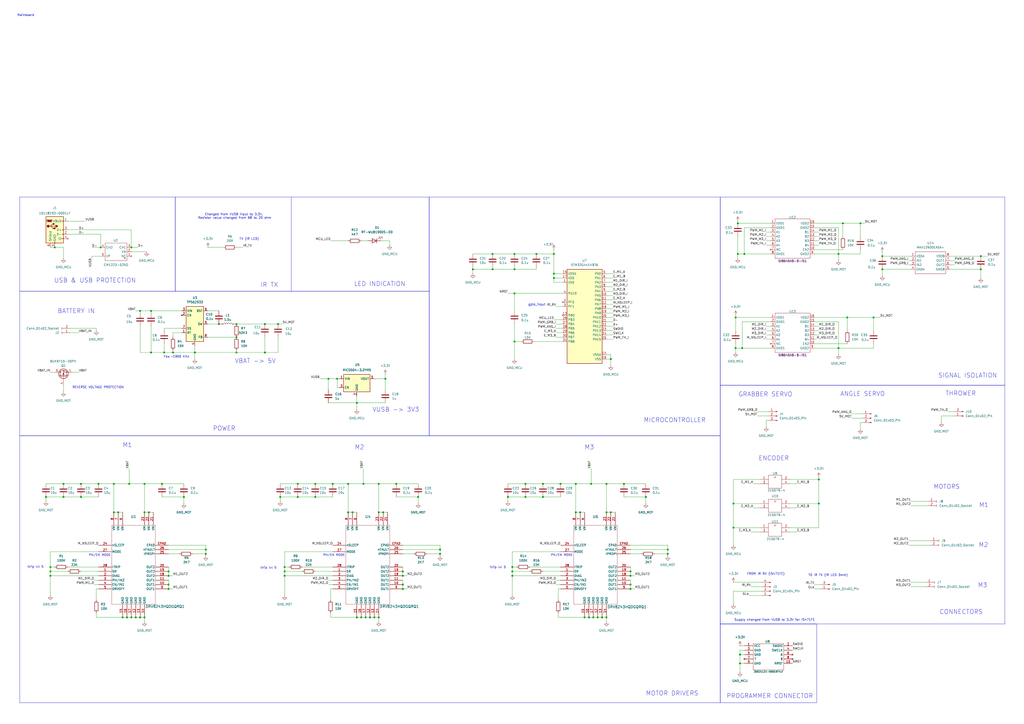
<source format=kicad_sch>
(kicad_sch (version 20250114) (generator "eeschema") (generator_version "9.0")
  (paper "A2")
  (title_block (title "Mainboard & motor driver schematic") (date "12.10.2025") (rev "3") (company "Crismar Liukonen / Team 1.9 TDI"))
  (rectangle (start 248.92 114.3) (end 417.83 252.73))
  (rectangle (start 11.43 252.73) (end 417.83 407.67))
  (rectangle (start 417.83 114.3) (end 582.93 223.52))
  (rectangle (start 11.43 168.91) (end 248.92 252.73))
  (rectangle (start 101.6 114.3) (end 248.92 168.91))
  (rectangle (start 417.83 223.52) (end 582.93 361.95))
  (rectangle (start 11.43 114.3) (end 101.6 168.91))
  (rectangle (start 417.83 361.95) (end 473.71 407.67))
  (text "PH/EN MODE" (at 193.802 322.072 0) (effects (font (size 1.27 1.27))))
  (text "M1\n" (at 570.738 293.116 0) (effects (font (size 2.54 2.54))))
  (text "VUSB -> 3V3\n\n" (at 229.616 239.776 0) (effects (font (size 2.54 2.54))))
  (text "THROWER" (at 557.276 228.346 0) (effects (font (size 2.54 2.54))))
  (text "TO IR TX (IR LED 3mm)" (at 480.314 333.756 0) (effects (font (size 1.27 1.27))))
  (text "Fsw ~1900 KHz\n" (at 102.362 207.01 0) (effects (font (size 1.27 1.27))))
  (text "Itrip lvl 5\n" (at 288.798 329.184 0) (effects (font (size 1.27 1.27))))
  (text "M3" (at 569.976 339.598 0) (effects (font (size 2.54 2.54))))
  (text "Supply changed from VUSB to 3.3V for IS471FE\n" (at 449.326 359.664 0) (effects (font (size 1.27 1.27))))
  (text "gpio_input" (at 311.404 176.784 0) (effects (font (size 1.27 1.27))))
  (text "GRABBER SERVO" (at 443.992 228.854 0) (effects (font (size 2.54 2.54))))
  (text "M2\n" (at 208.534 259.588 0) (effects (font (size 2.54 2.54))))
  (text "PH/EN MODE" (at 325.882 322.072 0) (effects (font (size 1.27 1.27))))
  (text "POWER\n" (at 130.048 248.666 0) (effects (font (size 2.54 2.54))))
  (text "PH/EN MODE" (at 57.912 322.072 0) (effects (font (size 1.27 1.27))))
  (text "VBAT -> 5V" (at 148.082 209.55 0) (effects (font (size 2.54 2.54))))
  (text "REVERSE VOLTAGE PROTECTION" (at 56.896 224.79 0) (effects (font (size 1.27 1.27))))
  (text "ANGLE SERVO\n" (at 500.38 228.6 0) (effects (font (size 2.54 2.54))))
  (text "ENCODER" (at 448.818 265.938 0) (effects (font (size 2.54 2.54))))
  (text "MOTOR DRIVERS" (at 389.89 402.336 0) (effects (font (size 2.54 2.54))))
  (text "Itrip lvl 5\n" (at 20.574 328.93 0) (effects (font (size 1.27 1.27))))
  (text "PROGRAMMER CONNECTOR\n" (at 446.532 403.86 0) (effects (font (size 2.54 2.54))))
  (text "LED INDICATION" (at 220.218 164.846 0) (effects (font (size 2.54 2.54))))
  (text "SIGNAL ISOLATION" (at 561.34 217.932 0) (effects (font (size 2.54 2.54))))
  (text "IR TX" (at 156.21 165.354 0) (effects (font (size 2.54 2.54))))
  (text "MOTORS" (at 549.148 282.448 0) (effects (font (size 2.54 2.54))))
  (text "TX (IR LED)" (at 144.526 138.684 0) (effects (font (size 1.27 1.27))))
  (text "FROM IR RX (IS471FE)" (at 444.246 332.994 0) (effects (font (size 1.27 1.27))))
  (text "Changed from VUSB input to 3.3V.\n Resistor value changed from 68 to 20 ohm" (at 135.636 125.476 0) (effects (font (size 1.27 1.27))))
  (text "MICROCONTROLLER" (at 391.414 243.84 0) (effects (font (size 2.54 2.54))))
  (text "CONNECTORS" (at 557.53 355.092 0) (effects (font (size 2.54 2.54))))
  (text "M2" (at 570.484 316.23 0) (effects (font (size 2.54 2.54))))
  (text "Mainboard" (at 14.986 8.89 0) (effects (font (size 1.27 1.27))))
  (text "Itrip lvl 5\n" (at 155.702 329.438 0) (effects (font (size 1.27 1.27))))
  (text "BATTERY IN" (at 44.196 180.594 0) (effects (font (size 2.54 2.54))))
  (text "M1\n" (at 73.914 258.318 0) (effects (font (size 2.54 2.54))))
  (text "USB & USB PROTECTION" (at 55.118 162.814 0) (effects (font (size 2.54 2.54))))
  (text "M3\n" (at 341.884 259.588 0) (effects (font (size 2.54 2.54))))
  (junction (at 297.18 331.47))
  (junction (at 351.79 358.14))
  (junction (at 488.95 129.54))
  (junction (at 314.96 288.29))
  (junction (at 212.09 358.14))
  (junction (at 219.71 280.67))
  (junction (at 81.28 358.14))
  (junction (at 119.38 318.77))
  (junction (at 304.8 288.29))
  (junction (at 255.27 321.31))
  (junction (at 86.36 297.18))
  (junction (at 285.75 147.32))
  (junction (at 71.12 358.14))
  (junction (at 425.45 292.1))
  (junction (at 162.56 288.29))
  (junction (at 214.63 358.14))
  (junction (at 321.31 147.32))
  (junction (at 431.8 147.32))
  (junction (at 351.79 280.67))
  (junction (at 336.55 297.18))
  (junction (at 568.96 148.59))
  (junction (at 182.88 280.67))
  (junction (at 97.79 341.63))
  (junction (at 46.99 280.67))
  (junction (at 66.04 280.67))
  (junction (at 365.76 341.63))
  (junction (at 201.93 297.18))
  (junction (at 83.82 280.67))
  (junction (at 426.72 184.15))
  (junction (at 26.67 288.29))
  (junction (at 97.79 331.47))
  (junction (at 83.82 358.14))
  (junction (at 217.17 358.14))
  (junction (at 58.42 143.51))
  (junction (at 113.03 204.47))
  (junction (at 223.52 219.71))
  (junction (at 325.12 280.67))
  (junction (at 427.99 147.32))
  (junction (at 36.83 288.29))
  (junction (at 165.1 331.47))
  (junction (at 137.16 195.58))
  (junction (at 298.45 198.12))
  (junction (at 233.68 339.09))
  (junction (at 321.31 161.29))
  (junction (at 137.16 187.96))
  (junction (at 193.04 280.67))
  (junction (at 285.75 156.21))
  (junction (at 207.01 358.14))
  (junction (at 165.1 328.93))
  (junction (at 298.45 170.18))
  (junction (at 222.25 297.18))
  (junction (at 486.41 201.93))
  (junction (at 165.1 334.01))
  (junction (at 233.68 334.01))
  (junction (at 491.49 184.15))
  (junction (at 430.53 201.93))
  (junction (at 201.93 280.67))
  (junction (at 568.96 156.21))
  (junction (at 511.81 156.21))
  (junction (at 365.76 339.09))
  (junction (at 57.15 280.67))
  (junction (at 387.35 321.31))
  (junction (at 499.11 129.54))
  (junction (at 341.63 358.14))
  (junction (at 349.25 358.14))
  (junction (at 429.26 379.73))
  (junction (at 172.72 280.67))
  (junction (at 172.72 288.29))
  (junction (at 93.98 280.67))
  (junction (at 334.01 297.18))
  (junction (at 314.96 280.67))
  (junction (at 429.26 384.81))
  (junction (at 297.18 334.01))
  (junction (at 339.09 358.14))
  (junction (at 97.79 334.01))
  (junction (at 219.71 297.18))
  (junction (at 361.95 280.67))
  (junction (at 274.32 156.21))
  (junction (at 83.82 297.18))
  (junction (at 365.76 331.47))
  (junction (at 29.21 331.47))
  (junction (at 298.45 147.32))
  (junction (at 486.41 147.32))
  (junction (at 127 187.96))
  (junction (at 76.2 358.14))
  (junction (at 304.8 280.67))
  (junction (at 87.63 180.34))
  (junction (at 342.9 280.67))
  (junction (at 182.88 288.29))
  (junction (at 209.55 358.14))
  (junction (at 474.98 292.1))
  (junction (at 97.79 339.09))
  (junction (at 298.45 156.21))
  (junction (at 242.57 288.29))
  (junction (at 195.58 219.71))
  (junction (at 294.64 288.29))
  (junction (at 321.31 158.75))
  (junction (at 29.21 328.93))
  (junction (at 426.72 201.93))
  (junction (at 374.65 288.29))
  (junction (at 427.99 129.54))
  (junction (at 81.28 180.34))
  (junction (at 74.93 280.67))
  (junction (at 153.67 187.96))
  (junction (at 76.2 143.51))
  (junction (at 354.33 208.28))
  (junction (at 334.01 280.67))
  (junction (at 106.68 288.29))
  (junction (at 511.81 148.59))
  (junction (at 190.5 219.71))
  (junction (at 351.79 297.18))
  (junction (at 255.27 318.77))
  (junction (at 474.98 278.13))
  (junction (at 68.58 297.18))
  (junction (at 87.63 204.47))
  (junction (at 365.76 334.01))
  (junction (at 119.38 321.31))
  (junction (at 344.17 358.14))
  (junction (at 229.87 280.67))
  (junction (at 346.71 358.14))
  (junction (at 95.25 204.47))
  (junction (at 233.68 341.63))
  (junction (at 31.75 143.51))
  (junction (at 73.66 358.14))
  (junction (at 78.74 358.14))
  (junction (at 425.45 306.07))
  (junction (at 233.68 331.47))
  (junction (at 29.21 334.01))
  (junction (at 219.71 358.14))
  (junction (at 153.67 204.47))
  (junction (at 387.35 318.77))
  (junction (at 354.33 297.18))
  (junction (at 66.04 297.18))
  (junction (at 506.73 184.15))
  (junction (at 311.15 147.32))
  (junction (at 100.33 204.47))
  (junction (at 297.18 328.93))
  (junction (at 46.99 288.29))
  (junction (at 204.47 297.18))
  (junction (at 210.82 280.67))
  (junction (at 36.83 280.67))
  (junction (at 137.16 204.47))
  (junction (at 161.29 187.96))
  (junction (at 207.01 233.68))
  (wire (pts (xy 304.8 288.29) (xy 314.96 288.29)))
  (wire (pts (xy 472.44 191.77) (xy 474.98 191.77)))
  (wire (pts (xy 233.68 316.23) (xy 255.27 316.23)))
  (wire (pts (xy 55.88 341.63) (xy 55.88 347.98)))
  (wire (pts (xy 29.21 320.04) (xy 29.21 328.93)))
  (wire (pts (xy 66.04 297.18) (xy 68.58 297.18)))
  (wire (pts (xy 219.71 280.67) (xy 219.71 297.18)))
  (wire (pts (xy 444.5 194.31) (xy 447.04 194.31)))
  (wire (pts (xy 190.5 219.71) (xy 190.5 226.06)))
  (wire (pts (xy 435.61 308.61) (xy 440.69 308.61)))
  (wire (pts (xy 427.99 137.16) (xy 427.99 147.32)))
  (wire (pts (xy 26.67 288.29) (xy 26.67 290.83)))
  (wire (pts (xy 97.79 336.55) (xy 97.79 339.09)))
  (wire (pts (xy 41.91 215.9) (xy 45.72 215.9)))
  (wire (pts (xy 100.33 203.2) (xy 100.33 204.47)))
  (wire (pts (xy 217.17 219.71) (xy 223.52 219.71)))
  (wire (pts (xy 233.68 331.47) (xy 233.68 334.01)))
  (wire (pts (xy 298.45 198.12) (xy 302.26 198.12)))
  (wire (pts (xy 528.32 340.36) (xy 537.21 340.36)))
  (wire (pts (xy 304.8 280.67) (xy 314.96 280.67)))
  (wire (pts (xy 233.68 341.63) (xy 236.22 341.63)))
  (wire (pts (xy 137.16 203.2) (xy 137.16 204.47)))
  (wire (pts (xy 314.96 288.29) (xy 325.12 288.29)))
  (wire (pts (xy 210.82 280.67) (xy 219.71 280.67)))
  (wire (pts (xy 39.37 128.27) (xy 49.53 128.27)))
  (wire (pts (xy 355.6 181.61) (xy 351.79 181.61)))
  (wire (pts (xy 472.44 184.15) (xy 491.49 184.15)))
  (wire (pts (xy 499.11 245.11) (xy 499.11 248.92)))
  (wire (pts (xy 191.77 341.63) (xy 191.77 347.98)))
  (wire (pts (xy 46.99 280.67) (xy 57.15 280.67)))
  (wire (pts (xy 527.05 316.23) (xy 539.75 316.23)))
  (wire (pts (xy 31.75 143.51) (xy 36.83 143.51)))
  (wire (pts (xy 426.72 184.15) (xy 426.72 182.88)))
  (wire (pts (xy 58.42 143.51) (xy 53.34 143.51)))
  (wire (pts (xy 137.16 143.51) (xy 140.97 143.51)))
  (wire (pts (xy 78.74 180.34) (xy 81.28 180.34)))
  (wire (pts (xy 447.04 132.08) (xy 431.8 132.08)))
  (wire (pts (xy 209.55 139.7) (xy 213.36 139.7)))
  (wire (pts (xy 307.34 328.93) (xy 325.12 328.93)))
  (wire (pts (xy 135.89 187.96) (xy 137.16 187.96)))
  (wire (pts (xy 494.03 242.57) (xy 500.38 242.57)))
  (wire (pts (xy 229.87 280.67) (xy 242.57 280.67)))
  (wire (pts (xy 322.58 193.04) (xy 326.39 193.04)))
  (wire (pts (xy 161.29 204.47) (xy 153.67 204.47)))
  (wire (pts (xy 355.6 173.99) (xy 351.79 173.99)))
  (wire (pts (xy 499.11 129.54) (xy 499.11 137.16)))
  (wire (pts (xy 365.76 316.23) (xy 387.35 316.23)))
  (wire (pts (xy 322.58 195.58) (xy 326.39 195.58)))
  (wire (pts (xy 57.15 341.63) (xy 55.88 341.63)))
  (wire (pts (xy 311.15 147.32) (xy 321.31 147.32)))
  (wire (pts (xy 163.83 187.96) (xy 161.29 187.96)))
  (wire (pts (xy 161.29 195.58) (xy 161.29 204.47)))
  (wire (pts (xy 255.27 316.23) (xy 255.27 318.77)))
  (wire (pts (xy 444.5 243.84) (xy 444.5 247.65)))
  (wire (pts (xy 334.01 297.18) (xy 336.55 297.18)))
  (wire (pts (xy 430.53 201.93) (xy 447.04 201.93)))
  (wire (pts (xy 458.47 280.67) (xy 462.28 280.67)))
  (wire (pts (xy 233.68 339.09) (xy 233.68 341.63)))
  (wire (pts (xy 346.71 358.14) (xy 344.17 358.14)))
  (wire (pts (xy 195.58 219.71) (xy 196.85 219.71)))
  (wire (pts (xy 488.95 129.54) (xy 499.11 129.54)))
  (wire (pts (xy 83.82 280.67) (xy 93.98 280.67)))
  (wire (pts (xy 322.58 190.5) (xy 326.39 190.5)))
  (wire (pts (xy 219.71 280.67) (xy 229.87 280.67)))
  (wire (pts (xy 458.47 294.64) (xy 462.28 294.64)))
  (wire (pts (xy 201.93 297.18) (xy 204.47 297.18)))
  (wire (pts (xy 297.18 320.04) (xy 297.18 328.93)))
  (wire (pts (xy 247.65 321.31) (xy 255.27 321.31)))
  (wire (pts (xy 93.98 280.67) (xy 106.68 280.67)))
  (wire (pts (xy 39.37 135.89) (xy 58.42 135.89)))
  (wire (pts (xy 436.88 280.67) (xy 440.69 280.67)))
  (wire (pts (xy 285.75 147.32) (xy 298.45 147.32)))
  (wire (pts (xy 311.15 154.94) (xy 311.15 156.21)))
  (wire (pts (xy 351.79 358.14) (xy 351.79 360.68)))
  (wire (pts (xy 97.79 316.23) (xy 119.38 316.23)))
  (wire (pts (xy 427.99 129.54) (xy 427.99 128.27)))
  (wire (pts (xy 354.33 205.74) (xy 354.33 208.28)))
  (wire (pts (xy 365.76 318.77) (xy 387.35 318.77)))
  (wire (pts (xy 387.35 321.31) (xy 387.35 322.58)))
  (wire (pts (xy 351.79 297.18) (xy 354.33 297.18)))
  (wire (pts (xy 325.12 341.63) (xy 323.85 341.63)))
  (wire (pts (xy 472.44 199.39) (xy 491.49 199.39)))
  (wire (pts (xy 486.41 132.08) (xy 486.41 147.32)))
  (wire (pts (xy 297.18 320.04) (xy 325.12 320.04)))
  (wire (pts (xy 427.99 147.32) (xy 431.8 147.32)))
  (wire (pts (xy 511.81 160.02) (xy 511.81 156.21)))
  (wire (pts (xy 274.32 156.21) (xy 285.75 156.21)))
  (wire (pts (xy 119.38 318.77) (xy 119.38 321.31)))
  (wire (pts (xy 233.68 328.93) (xy 233.68 331.47)))
  (wire (pts (xy 193.04 280.67) (xy 201.93 280.67)))
  (wire (pts (xy 242.57 288.29) (xy 242.57 292.1)))
  (wire (pts (xy 297.18 334.01) (xy 325.12 334.01)))
  (wire (pts (xy 190.5 233.68) (xy 207.01 233.68)))
  (wire (pts (xy 55.88 191.77) (xy 55.88 190.5)))
  (wire (pts (xy 568.96 161.29) (xy 568.96 156.21)))
  (wire (pts (xy 527.05 313.69) (xy 539.75 313.69)))
  (wire (pts (xy 219.71 358.14) (xy 219.71 360.68)))
  (wire (pts (xy 429.26 374.65) (xy 431.8 374.65)))
  (wire (pts (xy 354.33 208.28) (xy 354.33 212.09)))
  (wire (pts (xy 191.77 355.6) (xy 191.77 358.14)))
  (wire (pts (xy 431.8 147.32) (xy 447.04 147.32)))
  (wire (pts (xy 97.79 334.01) (xy 100.33 334.01)))
  (wire (pts (xy 97.79 341.63) (xy 100.33 341.63)))
  (wire (pts (xy 297.18 334.01) (xy 297.18 345.44)))
  (wire (pts (xy 95.25 204.47) (xy 100.33 204.47)))
  (wire (pts (xy 387.35 316.23) (xy 387.35 318.77)))
  (wire (pts (xy 100.33 204.47) (xy 113.03 204.47)))
  (wire (pts (xy 191.77 358.14) (xy 207.01 358.14)))
  (wire (pts (xy 351.79 280.67) (xy 351.79 297.18)))
  (wire (pts (xy 425.45 292.1) (xy 425.45 306.07)))
  (wire (pts (xy 436.88 294.64) (xy 440.69 294.64)))
  (wire (pts (xy 486.41 147.32) (xy 486.41 151.13)))
  (wire (pts (xy 233.68 334.01) (xy 236.22 334.01)))
  (wire (pts (xy 29.21 334.01) (xy 29.21 345.44)))
  (wire (pts (xy 429.26 377.19) (xy 429.26 379.73)))
  (wire (pts (xy 472.44 134.62) (xy 474.98 134.62)))
  (wire (pts (xy 321.31 144.78) (xy 321.31 147.32)))
  (wire (pts (xy 472.44 147.32) (xy 486.41 147.32)))
  (wire (pts (xy 55.88 190.5) (xy 40.64 190.5)))
  (wire (pts (xy 425.45 278.13) (xy 440.69 278.13)))
  (wire (pts (xy 165.1 328.93) (xy 165.1 331.47)))
  (wire (pts (xy 137.16 187.96) (xy 153.67 187.96)))
  (wire (pts (xy 365.76 321.31) (xy 372.11 321.31)))
  (wire (pts (xy 81.28 204.47) (xy 81.28 189.23)))
  (wire (pts (xy 444.5 134.62) (xy 447.04 134.62)))
  (wire (pts (xy 97.79 321.31) (xy 104.14 321.31)))
  (wire (pts (xy 298.45 187.96) (xy 298.45 198.12)))
  (wire (pts (xy 458.47 306.07) (xy 474.98 306.07)))
  (wire (pts (xy 472.44 137.16) (xy 474.98 137.16)))
  (wire (pts (xy 444.5 243.84) (xy 445.77 243.84)))
  (wire (pts (xy 426.72 199.39) (xy 426.72 201.93)))
  (wire (pts (xy 68.58 297.18) (xy 71.12 297.18)))
  (wire (pts (xy 298.45 147.32) (xy 311.15 147.32)))
  (wire (pts (xy 527.05 153.67) (xy 528.32 153.67)))
  (wire (pts (xy 309.88 198.12) (xy 326.39 198.12)))
  (wire (pts (xy 355.6 166.37) (xy 351.79 166.37)))
  (wire (pts (xy 325.12 280.67) (xy 334.01 280.67)))
  (wire (pts (xy 111.76 321.31) (xy 119.38 321.31)))
  (wire (pts (xy 83.82 280.67) (xy 83.82 297.18)))
  (wire (pts (xy 36.83 288.29) (xy 46.99 288.29)))
  (wire (pts (xy 212.09 358.14) (xy 209.55 358.14)))
  (wire (pts (xy 351.79 205.74) (xy 354.33 205.74)))
  (wire (pts (xy 427.99 147.32) (xy 427.99 149.86)))
  (wire (pts (xy 29.21 331.47) (xy 39.37 331.47)))
  (wire (pts (xy 365.76 331.47) (xy 365.76 334.01)))
  (wire (pts (xy 153.67 195.58) (xy 153.67 204.47)))
  (wire (pts (xy 233.68 318.77) (xy 255.27 318.77)))
  (wire (pts (xy 365.76 334.01) (xy 368.3 334.01)))
  (wire (pts (xy 74.93 271.78) (xy 74.93 280.67)))
  (wire (pts (xy 97.79 339.09) (xy 97.79 341.63)))
  (wire (pts (xy 298.45 156.21) (xy 311.15 156.21)))
  (wire (pts (xy 355.6 161.29) (xy 351.79 161.29)))
  (wire (pts (xy 425.45 306.07) (xy 440.69 306.07)))
  (wire (pts (xy 387.35 318.77) (xy 387.35 321.31)))
  (wire (pts (xy 57.15 280.67) (xy 66.04 280.67)))
  (wire (pts (xy 354.33 297.18) (xy 356.87 297.18)))
  (wire (pts (xy 233.68 321.31) (xy 240.03 321.31)))
  (wire (pts (xy 217.17 358.14) (xy 219.71 358.14)))
  (wire (pts (xy 29.21 334.01) (xy 57.15 334.01)))
  (wire (pts (xy 207.01 233.68) (xy 223.52 233.68)))
  (wire (pts (xy 55.88 355.6) (xy 55.88 358.14)))
  (wire (pts (xy 274.32 147.32) (xy 285.75 147.32)))
  (wire (pts (xy 97.79 328.93) (xy 97.79 331.47)))
  (wire (pts (xy 297.18 331.47) (xy 297.18 334.01)))
  (wire (pts (xy 294.64 170.18) (xy 298.45 170.18)))
  (wire (pts (xy 444.5 139.7) (xy 447.04 139.7)))
  (wire (pts (xy 255.27 318.77) (xy 255.27 321.31)))
  (wire (pts (xy 76.2 133.35) (xy 76.2 143.51)))
  (wire (pts (xy 486.41 201.93) (xy 506.73 201.93)))
  (wire (pts (xy 74.93 280.67) (xy 83.82 280.67)))
  (wire (pts (xy 344.17 358.14) (xy 341.63 358.14)))
  (wire (pts (xy 162.56 280.67) (xy 172.72 280.67)))
  (wire (pts (xy 425.45 342.9) (xy 425.45 350.52)))
  (wire (pts (xy 355.6 194.31) (xy 351.79 194.31)))
  (wire (pts (xy 322.58 177.8) (xy 326.39 177.8)))
  (wire (pts (xy 54.61 339.09) (xy 57.15 339.09)))
  (wire (pts (xy 297.18 328.93) (xy 299.72 328.93)))
  (wire (pts (xy 36.83 143.51) (xy 36.83 149.86)))
  (wire (pts (xy 87.63 189.23) (xy 87.63 204.47)))
  (wire (pts (xy 491.49 184.15) (xy 506.73 184.15)))
  (wire (pts (xy 341.63 358.14) (xy 339.09 358.14)))
  (wire (pts (xy 214.63 358.14) (xy 212.09 358.14)))
  (wire (pts (xy 190.5 336.55) (xy 193.04 336.55)))
  (wire (pts (xy 430.53 186.69) (xy 430.53 201.93)))
  (wire (pts (xy 499.11 147.32) (xy 486.41 147.32)))
  (wire (pts (xy 97.79 318.77) (xy 119.38 318.77)))
  (wire (pts (xy 351.79 208.28) (xy 354.33 208.28)))
  (wire (pts (xy 323.85 341.63) (xy 323.85 347.98)))
  (wire (pts (xy 365.76 341.63) (xy 368.3 341.63)))
  (wire (pts (xy 431.8 377.19) (xy 429.26 377.19)))
  (wire (pts (xy 429.26 379.73) (xy 431.8 379.73)))
  (wire (pts (xy 120.65 195.58) (xy 137.16 195.58)))
  (wire (pts (xy 161.29 187.96) (xy 153.67 187.96)))
  (wire (pts (xy 472.44 196.85) (xy 473.71 196.85)))
  (wire (pts (xy 379.73 321.31) (xy 387.35 321.31)))
  (wire (pts (xy 165.1 334.01) (xy 193.04 334.01)))
  (wire (pts (xy 323.85 358.14) (xy 339.09 358.14)))
  (wire (pts (xy 444.5 137.16) (xy 447.04 137.16)))
  (wire (pts (xy 55.88 358.14) (xy 71.12 358.14)))
  (wire (pts (xy 81.28 180.34) (xy 81.28 181.61)))
  (wire (pts (xy 472.44 144.78) (xy 488.95 144.78)))
  (wire (pts (xy 506.73 201.93) (xy 506.73 199.39)))
  (wire (pts (xy 105.41 193.04) (xy 100.33 193.04)))
  (wire (pts (xy 298.45 154.94) (xy 298.45 156.21)))
  (wire (pts (xy 87.63 204.47) (xy 81.28 204.47)))
  (wire (pts (xy 426.72 201.93) (xy 430.53 201.93)))
  (wire (pts (xy 321.31 158.75) (xy 326.39 158.75)))
  (wire (pts (xy 474.98 292.1) (xy 474.98 278.13)))
  (wire (pts (xy 74.93 280.67) (xy 66.04 280.67)))
  (wire (pts (xy 546.1 241.3) (xy 553.72 241.3)))
  (wire (pts (xy 425.45 337.82) (xy 441.96 337.82)))
  (wire (pts (xy 129.54 143.51) (xy 120.65 143.51)))
  (wire (pts (xy 494.03 240.03) (xy 500.38 240.03)))
  (wire (pts (xy 26.67 280.67) (xy 36.83 280.67)))
  (wire (pts (xy 425.45 278.13) (xy 425.45 292.1)))
  (wire (pts (xy 29.21 143.51) (xy 31.75 143.51)))
  (wire (pts (xy 66.04 280.67) (xy 66.04 297.18)))
  (wire (pts (xy 336.55 297.18) (xy 339.09 297.18)))
  (wire (pts (xy 365.76 328.93) (xy 365.76 331.47)))
  (wire (pts (xy 182.88 288.29) (xy 193.04 288.29)))
  (wire (pts (xy 447.04 186.69) (xy 430.53 186.69)))
  (wire (pts (xy 274.32 154.94) (xy 274.32 156.21)))
  (wire (pts (xy 361.95 280.67) (xy 374.65 280.67)))
  (wire (pts (xy 551.18 148.59) (xy 568.96 148.59)))
  (wire (pts (xy 499.11 144.78) (xy 499.11 147.32)))
  (wire (pts (xy 53.34 148.59) (xy 58.42 148.59)))
  (wire (pts (xy 172.72 288.29) (xy 182.88 288.29)))
  (wire (pts (xy 429.26 384.81) (xy 429.26 389.89)))
  (wire (pts (xy 355.6 191.77) (xy 351.79 191.77)))
  (wire (pts (xy 195.58 219.71) (xy 195.58 224.79)))
  (wire (pts (xy 349.25 358.14) (xy 351.79 358.14)))
  (wire (pts (xy 95.25 199.39) (xy 95.25 204.47)))
  (wire (pts (xy 355.6 158.75) (xy 351.79 158.75)))
  (wire (pts (xy 207.01 233.68) (xy 207.01 237.49)))
  (wire (pts (xy 322.58 187.96) (xy 326.39 187.96)))
  (wire (pts (xy 426.72 184.15) (xy 426.72 191.77)))
  (polyline (pts (xy 168.91 114.3) (xy 168.91 168.91)))
  (wire (pts (xy 294.64 288.29) (xy 294.64 290.83)))
  (wire (pts (xy 528.32 148.59) (xy 511.81 148.59)))
  (wire (pts (xy 207.01 229.87) (xy 207.01 233.68)))
  (wire (pts (xy 506.73 184.15) (xy 506.73 191.77)))
  (wire (pts (xy 441.96 342.9) (xy 425.45 342.9)))
  (wire (pts (xy 73.66 358.14) (xy 71.12 358.14)))
  (wire (pts (xy 29.21 331.47) (xy 29.21 334.01)))
  (wire (pts (xy 425.45 306.07) (xy 425.45 316.23)))
  (wire (pts (xy 355.6 184.15) (xy 351.79 184.15)))
  (wire (pts (xy 58.42 135.89) (xy 58.42 143.51)))
  (wire (pts (xy 447.04 129.54) (xy 427.99 129.54)))
  (wire (pts (xy 81.28 180.34) (xy 87.63 180.34)))
  (wire (pts (xy 472.44 139.7) (xy 474.98 139.7)))
  (wire (pts (xy 355.6 171.45) (xy 351.79 171.45)))
  (wire (pts (xy 86.36 297.18) (xy 88.9 297.18)))
  (wire (pts (xy 511.81 148.59) (xy 511.81 146.05)))
  (wire (pts (xy 36.83 280.67) (xy 46.99 280.67)))
  (wire (pts (xy 204.47 297.18) (xy 207.01 297.18)))
  (wire (pts (xy 553.72 151.13) (xy 551.18 151.13)))
  (wire (pts (xy 210.82 280.67) (xy 201.93 280.67)))
  (wire (pts (xy 298.45 170.18) (xy 298.45 180.34)))
  (wire (pts (xy 444.5 191.77) (xy 447.04 191.77)))
  (wire (pts (xy 549.91 238.76) (xy 553.72 238.76)))
  (wire (pts (xy 127 187.96) (xy 128.27 187.96)))
  (wire (pts (xy 97.79 331.47) (xy 97.79 334.01)))
  (wire (pts (xy 314.96 280.67) (xy 325.12 280.67)))
  (wire (pts (xy 322.58 339.09) (xy 325.12 339.09)))
  (wire (pts (xy 486.41 201.93) (xy 486.41 205.74)))
  (wire (pts (xy 321.31 163.83) (xy 326.39 163.83)))
  (wire (pts (xy 486.41 186.69) (xy 486.41 201.93)))
  (wire (pts (xy 294.64 280.67) (xy 304.8 280.67)))
  (wire (pts (xy 105.41 190.5) (xy 95.25 190.5)))
  (wire (pts (xy 119.38 321.31) (xy 119.38 322.58)))
  (wire (pts (xy 162.56 288.29) (xy 172.72 288.29)))
  (wire (pts (xy 172.72 280.67) (xy 182.88 280.67)))
  (wire (pts (xy 85.09 146.05) (xy 76.2 146.05)))
  (wire (pts (xy 274.32 156.21) (xy 274.32 158.75)))
  (wire (pts (xy 472.44 194.31) (xy 474.98 194.31)))
  (wire (pts (xy 54.61 336.55) (xy 57.15 336.55)))
  (wire (pts (xy 426.72 201.93) (xy 426.72 204.47)))
  (wire (pts (xy 87.63 180.34) (xy 87.63 181.61)))
  (wire (pts (xy 210.82 271.78) (xy 210.82 280.67)))
  (wire (pts (xy 191.77 139.7) (xy 201.93 139.7)))
  (wire (pts (xy 83.82 358.14) (xy 83.82 360.68)))
  (wire (pts (xy 165.1 320.04) (xy 165.1 328.93)))
  (wire (pts (xy 182.88 331.47) (xy 193.04 331.47)))
  (wire (pts (xy 546.1 245.11) (xy 546.1 241.3)))
  (wire (pts (xy 185.42 219.71) (xy 190.5 219.71)))
  (wire (pts (xy 488.95 129.54) (xy 488.95 137.16)))
  (wire (pts (xy 472.44 129.54) (xy 488.95 129.54)))
  (wire (pts (xy 458.47 278.13) (xy 474.98 278.13)))
  (wire (pts (xy 499.11 245.11) (xy 500.38 245.11)))
  (wire (pts (xy 351.79 280.67) (xy 361.95 280.67)))
  (wire (pts (xy 474.98 306.07) (xy 474.98 292.1)))
  (wire (pts (xy 255.27 321.31) (xy 255.27 322.58)))
  (wire (pts (xy 568.96 156.21) (xy 551.18 156.21)))
  (wire (pts (xy 100.33 193.04) (xy 100.33 195.58)))
  (wire (pts (xy 46.99 288.29) (xy 57.15 288.29)))
  (wire (pts (xy 193.04 341.63) (xy 191.77 341.63)))
  (wire (pts (xy 137.16 204.47) (xy 153.67 204.47)))
  (wire (pts (xy 439.42 238.76) (xy 445.77 238.76)))
  (wire (pts (xy 165.1 328.93) (xy 167.64 328.93)))
  (wire (pts (xy 165.1 331.47) (xy 165.1 334.01)))
  (wire (pts (xy 40.64 193.04) (xy 45.72 193.04)))
  (wire (pts (xy 491.49 184.15) (xy 491.49 191.77)))
  (wire (pts (xy 29.21 328.93) (xy 31.75 328.93)))
  (wire (pts (xy 439.42 241.3) (xy 445.77 241.3)))
  (wire (pts (xy 472.44 142.24) (xy 474.98 142.24)))
  (wire (pts (xy 444.5 189.23) (xy 447.04 189.23)))
  (wire (pts (xy 175.26 328.93) (xy 193.04 328.93)))
  (wire (pts (xy 528.32 290.83) (xy 538.48 290.83)))
  (wire (pts (xy 219.71 297.18) (xy 222.25 297.18)))
  (wire (pts (xy 458.47 292.1) (xy 474.98 292.1)))
  (wire (pts (xy 223.52 226.06) (xy 223.52 219.71)))
  (wire (pts (xy 474.98 276.86) (xy 474.98 278.13)))
  (wire (pts (xy 298.45 208.28) (xy 298.45 198.12)))
  (wire (pts (xy 472.44 341.63) (xy 476.25 341.63)))
  (wire (pts (xy 285.75 154.94) (xy 285.75 156.21)))
  (wire (pts (xy 233.68 336.55) (xy 233.68 339.09)))
  (wire (pts (xy 374.65 288.29) (xy 374.65 292.1)))
  (wire (pts (xy 87.63 180.34) (xy 105.41 180.34)))
  (wire (pts (xy 355.6 186.69) (xy 351.79 186.69)))
  (wire (pts (xy 429.26 384.81) (xy 431.8 384.81)))
  (wire (pts (xy 83.82 297.18) (xy 86.36 297.18)))
  (wire (pts (xy 314.96 331.47) (xy 325.12 331.47)))
  (wire (pts (xy 355.6 179.07) (xy 351.79 179.07)))
  (wire (pts (xy 106.68 288.29) (xy 106.68 292.1)))
  (wire (pts (xy 297.18 328.93) (xy 297.18 331.47)))
  (wire (pts (xy 447.04 184.15) (xy 426.72 184.15)))
  (wire (pts (xy 165.1 334.01) (xy 165.1 345.44)))
  (wire (pts (xy 528.32 293.37) (xy 538.48 293.37)))
  (wire (pts (xy 434.34 345.44) (xy 441.96 345.44)))
  (wire (pts (xy 346.71 358.14) (xy 349.25 358.14)))
  (wire (pts (xy 113.03 204.47) (xy 113.03 208.28)))
  (wire (pts (xy 321.31 147.32) (xy 321.31 158.75)))
  (wire (pts (xy 528.32 337.82) (xy 537.21 337.82)))
  (wire (pts (xy 113.03 204.47) (xy 137.16 204.47)))
  (wire (pts (xy 472.44 189.23) (xy 474.98 189.23)))
  (wire (pts (xy 95.25 190.5) (xy 95.25 191.77)))
  (wire (pts (xy 472.44 132.08) (xy 486.41 132.08)))
  (wire (pts (xy 120.65 187.96) (xy 127 187.96)))
  (wire (pts (xy 472.44 186.69) (xy 486.41 186.69)))
  (wire (pts (xy 80.01 143.51) (xy 76.2 143.51)))
  (wire (pts (xy 182.88 280.67) (xy 193.04 280.67)))
  (wire (pts (xy 78.74 358.14) (xy 81.28 358.14)))
  (wire (pts (xy 431.8 132.08) (xy 431.8 147.32)))
  (wire (pts (xy 472.44 201.93) (xy 486.41 201.93)))
  (wire (pts (xy 297.18 331.47) (xy 307.34 331.47)))
  (wire (pts (xy 355.6 168.91) (xy 351.79 168.91)))
  (wire (pts (xy 165.1 320.04) (xy 193.04 320.04)))
  (wire (pts (xy 342.9 280.67) (xy 351.79 280.67)))
  (wire (pts (xy 499.11 129.54) (xy 501.65 129.54)))
  (wire (pts (xy 226.06 139.7) (xy 226.06 142.24)))
  (wire (pts (xy 209.55 358.14) (xy 207.01 358.14)))
  (wire (pts (xy 355.6 163.83) (xy 351.79 163.83)))
  (wire (pts (xy 511.81 156.21) (xy 528.32 156.21)))
  (wire (pts (xy 444.5 196.85) (xy 447.04 196.85)))
  (wire (pts (xy 36.83 223.52) (xy 36.83 227.33)))
  (wire (pts (xy 568.96 148.59) (xy 572.77 148.59)))
  (wire (pts (xy 242.57 288.29) (xy 229.87 288.29)))
  (wire (pts (xy 113.03 204.47) (xy 113.03 200.66)))
  (wire (pts (xy 214.63 358.14) (xy 217.17 358.14)))
  (wire (pts (xy 342.9 280.67) (xy 334.01 280.67)))
  (wire (pts (xy 322.58 336.55) (xy 325.12 336.55)))
  (wire (pts (xy 355.6 189.23) (xy 351.79 189.23)))
  (wire (pts (xy 119.38 316.23) (xy 119.38 318.77)))
  (wire (pts (xy 222.25 297.18) (xy 224.79 297.18)))
  (wire (pts (xy 321.31 161.29) (xy 321.31 158.75)))
  (wire (pts (xy 220.98 139.7) (xy 226.06 139.7)))
  (wire (pts (xy 78.74 358.14) (xy 76.2 358.14)))
  (wire (pts (xy 196.85 224.79) (xy 195.58 224.79)))
  (wire (pts (xy 223.52 217.17) (xy 223.52 219.71)))
  (wire (pts (xy 162.56 288.29) (xy 162.56 290.83)))
  (wire (pts (xy 26.67 288.29) (xy 36.83 288.29)))
  (wire (pts (xy 334.01 280.67) (xy 334.01 297.18)))
  (wire (pts (xy 39.37 133.35) (xy 76.2 133.35)))
  (wire (pts (xy 458.47 308.61) (xy 462.28 308.61)))
  (wire (pts (xy 435.61 340.36) (xy 441.96 340.36)))
  (wire (pts (xy 39.37 328.93) (xy 57.15 328.93)))
  (wire (pts (xy 29.21 320.04) (xy 57.15 320.04)))
  (wire (pts (xy 46.99 331.47) (xy 57.15 331.47)))
  (wire (pts (xy 87.63 204.47) (xy 95.25 204.47)))
  (wire (pts (xy 472.44 339.09) (xy 476.25 339.09)))
  (wire (pts (xy 120.65 180.34) (xy 127 180.34)))
  (wire (pts (xy 342.9 271.78) (xy 342.9 280.67)))
  (wire (pts (xy 553.72 153.67) (xy 551.18 153.67)))
  (wire (pts (xy 506.73 184.15) (xy 510.54 184.15)))
  (wire (pts (xy 321.31 161.29) (xy 326.39 161.29)))
  (wire (pts (xy 294.64 288.29) (xy 304.8 288.29)))
  (wire (pts (xy 425.45 292.1) (xy 440.69 292.1)))
  (wire (pts (xy 365.76 339.09) (xy 365.76 341.63)))
  (wire (pts (xy 53.34 149.86) (xy 53.34 148.59)))
  (wire (pts (xy 106.68 288.29) (xy 93.98 288.29)))
  (wire (pts (xy 374.65 288.29) (xy 361.95 288.29)))
  (wire (pts (xy 29.21 215.9) (xy 31.75 215.9)))
  (wire (pts (xy 527.05 151.13) (xy 528.32 151.13)))
  (wire (pts (xy 81.28 358.14) (xy 83.82 358.14)))
  (wire (pts (xy 321.31 163.83) (xy 321.31 161.29)))
  (wire (pts (xy 355.6 176.53) (xy 351.79 176.53)))
  (wire (pts (xy 285.75 156.21) (xy 298.45 156.21)))
  (wire (pts (xy 429.26 379.73) (xy 429.26 384.81)))
  (wire (pts (xy 190.5 339.09) (xy 193.04 339.09)))
  (wire (pts (xy 76.2 358.14) (xy 73.66 358.14)))
  (wire (pts (xy 444.5 142.24) (xy 447.04 142.24)))
  (wire (pts (xy 190.5 219.71) (xy 195.58 219.71)))
  (wire (pts (xy 365.76 336.55) (xy 365.76 339.09)))
  (wire (pts (xy 201.93 280.67) (xy 201.93 297.18)))
  (wire (pts (xy 321.31 185.42) (xy 326.39 185.42)))
  (wire (pts (xy 29.21 328.93) (xy 29.21 331.47)))
  (wire (pts (xy 355.6 196.85) (xy 351.79 196.85)))
  (wire (pts (xy 298.45 170.18) (xy 326.39 170.18)))
  (wire (pts (xy 165.1 331.47) (xy 175.26 331.47)))
  (wire (pts (xy 323.85 355.6) (xy 323.85 358.14)))
  (label "E_M3_A" (at 435.61 308.61 180))
  (label "PWM_M3_O" (at 322.58 339.09 180))
  (label "IR_RX" (at 322.58 177.8 180))
  (label "5V_MOT" (at 510.54 184.15 0))
  (label "M2_DIR_O" (at 190.5 336.55 180))
  (label "5V_MOT" (at 572.77 148.59 0))
  (label "M2_OUT2" (at 527.05 316.23 180))
  (label "VBAT_IN" (at 29.21 215.9 180))
  (label "M3_OUT2" (at 368.3 334.01 0))
  (label "M3_DIR_O" (at 322.58 336.55 180))
  (label "M2_OUT1" (at 236.22 341.63 0))
  (label "D-" (at 45.72 135.89 0))
  (label "M2_DIR_I" (at 355.6 166.37 0))
  (label "PWM_M1_O" (at 474.98 134.62 0))
  (label "M3_DIR_I" (at 355.6 171.45 0))
  (label "MCU_LED" (at 191.77 139.7 180))
  (label "M_NSLEEP_O" (at 57.15 316.23 180))
  (label "GLo" (at 472.44 341.63 180))
  (label "M1_DIR_O" (at 54.61 336.55 180))
  (label "PWM_M1_O" (at 54.61 339.09 180))
  (label "PWM_TH_I" (at 355.6 196.85 0))
  (label "PWM_TH_O" (at 549.91 238.76 180))
  (label "PWM_M3_O" (at 474.98 139.7 0))
  (label "M1_DIR_I" (at 355.6 163.83 0))
  (label "PWM_GRB_I" (at 322.58 187.96 180))
  (label "5V_MOT" (at 163.83 187.96 0))
  (label "M_NSLEEP_O" (at 473.71 196.85 0))
  (label "SWCLK" (at 355.6 194.31 0))
  (label "VBAT" (at 45.72 215.9 0))
  (label "M1_OUT1" (at 528.32 290.83 180))
  (label "M_NSLEEP_I" (at 355.6 176.53 0))
  (label "PWM_M1_I" (at 444.5 134.62 180))
  (label "PWM_M2_O" (at 474.98 137.16 0))
  (label "E_M2_A" (at 355.6 173.99 0))
  (label "SWCLK" (at 459.74 377.19 0))
  (label "E_M1_A" (at 355.6 158.75 0))
  (label "SWDIO" (at 459.74 374.65 0))
  (label "M2_DIR_O" (at 474.98 191.77 0))
  (label "E_M1_B" (at 355.6 161.29 0))
  (label "VBAT" (at 78.74 180.34 180))
  (label "NRST" (at 294.64 170.18 180))
  (label "VUSB" (at 185.42 219.71 180))
  (label "PWM_M3_I" (at 444.5 139.7 180))
  (label "M1_OUT2" (at 528.32 293.37 180))
  (label "PWM_ANG_I" (at 527.05 151.13 180))
  (label "D-" (at 355.6 186.69 0))
  (label "E_M1_B" (at 462.28 280.67 0))
  (label "VUSB" (at 53.34 149.86 270))
  (label "M3_OUT1" (at 368.3 341.63 0))
  (label "M3_OUT2" (at 528.32 340.36 180))
  (label "M_NSLEEP_I" (at 444.5 196.85 180))
  (label "VBAT" (at 74.93 271.78 90))
  (label "PWM_M3_I" (at 355.6 184.15 0))
  (label "M1_OUT1" (at 100.33 341.63 0))
  (label "PWM_GRB_I" (at 527.05 153.67 180))
  (label "E_M1_A" (at 436.88 280.67 180))
  (label "M_NSLEEP_O" (at 193.04 316.23 180))
  (label "M3_DIR_I" (at 444.5 194.31 180))
  (label "M2_DIR_I" (at 444.5 191.77 180))
  (label "M_NSLEEP_O" (at 325.12 316.23 180))
  (label "M2_OUT1" (at 527.05 313.69 180))
  (label "PWM_TH_O" (at 474.98 142.24 0))
  (label "VUSB" (at 49.53 128.27 0))
  (label "E_M2_A" (at 436.88 294.64 180))
  (label "M1_OUT2" (at 100.33 334.01 0))
  (label "GLo" (at 434.34 345.44 180))
  (label "PWM_M2_I" (at 444.5 137.16 180))
  (label "PWM_GRB_O" (at 553.72 153.67 0))
  (label "PWM_ANG_O" (at 494.03 240.03 180))
  (label "VBAT_IN" (at 45.72 193.04 0))
  (label "E_M3_A" (at 322.58 193.04 180))
  (label "D+" (at 80.01 143.51 0))
  (label "IR_TX" (at 140.97 143.51 0))
  (label "VBAT" (at 342.9 271.78 90))
  (label "SWDIO" (at 355.6 191.77 0))
  (label "PWM_GRB_O" (at 439.42 238.76 180))
  (label "D+" (at 355.6 189.23 0))
  (label "5V_MOT" (at 501.65 129.54 0))
  (label "M2_OUT2" (at 236.22 334.01 0))
  (label "VBAT" (at 210.82 271.78 90))
  (label "IR_TX" (at 472.44 339.09 180))
  (label "PWM_M1_I" (at 355.6 179.07 0))
  (label "NRST" (at 459.74 384.81 0))
  (label "PWM_ANG_I" (at 322.58 190.5 180))
  (label "E_M3_B" (at 322.58 195.58 180))
  (label "D+" (at 45.72 133.35 0))
  (label "M3_OUT1" (at 528.32 337.82 180))
  (label "PWM_ANG_O" (at 553.72 151.13 0))
  (label "IR_RX" (at 435.61 340.36 180))
  (label "E_M2_B" (at 462.28 294.64 0))
  (label "M3_DIR_O" (at 474.98 194.31 0))
  (label "M1_DIR_O" (at 474.98 189.23 0))
  (label "D-" (at 53.34 143.51 0))
  (label "PWM_TH_I" (at 444.5 142.24 180))
  (label "E_M2_B" (at 355.6 168.91 0))
  (label "5V_MOT" (at 494.03 242.57 180))
  (label "5V_MOT" (at 439.42 241.3 180))
  (label "MCU_LED" (at 321.31 185.42 180))
  (label "M1_DIR_I" (at 444.5 189.23 180))
  (label "PWM_M2_O" (at 190.5 339.09 180))
  (label "E_M3_B" (at 462.28 308.61 0))
  (label "PWM_M2_I" (at 355.6 181.61 0))
  (symbol (lib_id "Library:+3.3V") (at 429.26 374.65 0) (unit 1)
    (property "Reference" "#PWR034" (effects (hide yes)))
    (property "Value" "+3.3V" (at 429.26 369.57 0))
    (property "Description" "Power symbol creates a global label with name \"+3.3V\"" (effects (hide yes)))
  )
  (symbol (lib_id "Library:R") (at 137.16 199.39 0) (unit 1)
    (property "Reference" "R8" (at 139.7 198.1199 0) (effects (justify left)))
    (property "Value" "10K" (at 139.7 200.6599 0) (effects (justify left)))
    (property "Footprint" "Resistor_SMD:R_0603_1608Metric_Pad0.98x0.95mm_HandSolder" (effects (hide yes)))
    (property "Description" "Resistor" (effects (hide yes)))
  )
  (symbol (lib_id "Library:GND") (at 85.09 146.05 0) (unit 1)
    (property "Reference" "#PWR07" (effects (hide yes)))
    (property "Value" "GND_MCU" (at 85.09 151.13 0))
    (property "Description" "Power symbol creates a global label with name \"GND\" , ground" (effects (hide yes)))
  )
  (symbol (lib_id "Library:C") (at 46.99 284.48 0) (unit 1)
    (property "Reference" "C3" (at 49.53 283.21 0) (effects (justify left)))
    (property "Value" "10u" (at 49.53 285.75 0) (effects (justify left)))
    (property "Footprint" "Capacitor_SMD:C_0805_2012Metric_Pad1.18x1.45mm_HandSolder" (effects (hide yes)))
    (property "Description" "Unpolarized capacitor" (effects (hide yes)))
  )
  (symbol (lib_id "Library:215079-4_1") (at 450.85 280.67 0) (unit 1)
    (property "Reference" "U9" (at 449.58 274.574 0))
    (property "Value" "215079-4" (at 450.342 284.48 0))
    (property "Footprint" "Library:TE_Micro-MaTch_215079-4_2x02_P1.27mm_Vertical" (effects (hide yes)))
    (property "Datasheet" "https://atta.szlcsc.com/upload/public/pdf/source/20181106/C306160_C0F6687678D8320B9FEA0BB065D7ACFE.pdf" (effects (hide yes)))
    (property "Description" "Pins Structure:2x2P Pitch:2.54mm Mounting Style:Direct Insert Reference Series:- Number of Pins:4P Number of Rows:2 Number of PINs Per Row:2 Row Spacing:2.54mm Contact Material:Phosphor Bronze Contact Plating:Tin Operating Temperature Range:-40°C~+105°C Ope" (effects (hide yes)))
    (property "Manufacturer Part" "215079-4" (effects (hide yes)))
    (property "Manufacturer" "TE Connectivity(泰科电子)" (effects (hide yes)))
    (property "Supplier Part" "C306232" (effects (hide yes)))
    (property "Supplier" "LCSC" (effects (hide yes)))
    (property "LCSC Part Name" "215079-4" (effects (hide yes)))
  )
  (symbol (lib_id "Library:GND") (at 106.68 292.1 0) (unit 1)
    (property "Reference" "#PWR08" (effects (hide yes)))
    (property "Value" "GND_MOT" (at 106.68 297.18 0))
    (property "Description" "Power symbol creates a global label with name \"GND\" , ground" (effects (hide yes)))
  )
  (symbol (lib_id "Library:GND") (at 297.18 345.44 0) (unit 1)
    (property "Reference" "#PWR021" (effects (hide yes)))
    (property "Value" "GND_MOT" (at 297.18 350.52 0))
    (property "Description" "Power symbol creates a global label with name \"GND\" , ground" (effects (hide yes)))
  )
  (symbol (lib_id "Library:+3.3V") (at 426.72 182.88 0) (unit 1)
    (property "Reference" "#PWR030" (effects (hide yes)))
    (property "Value" "+3.3V" (at 426.72 177.8 0))
    (property "Description" "Power symbol creates a global label with name \"+3.3V\"" (effects (hide yes)))
  )
  (symbol (lib_id "Library:GND") (at 546.1 245.11 0) (unit 1)
    (property "Reference" "#PWR043" (effects (hide yes)))
    (property "Value" "GND_MOT" (at 546.1 250.19 0))
    (property "Description" "Power symbol creates a global label with name \"GND\" , ground" (effects (hide yes)))
  )
  (symbol (lib_id "Library:+3.3V") (at 511.81 146.05 0) (unit 1)
    (property "Reference" "#PWR041" (effects (hide yes)))
    (property "Value" "+3.3V" (at 511.81 140.97 0))
    (property "Description" "Power symbol creates a global label with name \"+3.3V\"" (effects (hide yes)))
  )
  (symbol (lib_id "Library:C") (at 223.52 229.87 0) (unit 1)
    (property "Reference" "C18" (at 227.33 228.5999 0) (effects (justify left)))
    (property "Value" "1u" (at 227.33 231.1399 0) (effects (justify left)))
    (property "Footprint" "Capacitor_SMD:C_0603_1608Metric_Pad1.08x0.95mm_HandSolder" (effects (hide yes)))
    (property "Description" "Unpolarized capacitor" (effects (hide yes)))
  )
  (symbol (lib_id "Library:GND") (at 499.11 248.92 0) (unit 1)
    (property "Reference" "#PWR040" (effects (hide yes)))
    (property "Value" "GND_MOT" (at 499.11 254 0))
    (property "Description" "Power symbol creates a global label with name \"GND\" , ground" (effects (hide yes)))
  )
  (symbol (lib_id "Library:R") (at 107.95 321.31 90) (unit 1)
    (property "Reference" "R5" (at 108.204 323.596 90))
    (property "Value" "2K7" (at 108.204 326.136 90))
    (property "Footprint" "Resistor_SMD:R_0603_1608Metric_Pad0.98x0.95mm_HandSolder" (effects (hide yes)))
    (property "Description" "Resistor" (effects (hide yes)))
  )
  (symbol (lib_id "Library:GND") (at 29.21 345.44 0) (unit 1)
    (property "Reference" "#PWR02" (effects (hide yes)))
    (property "Value" "GND_MOT" (at 29.21 350.52 0))
    (property "Description" "Power symbol creates a global label with name \"GND\" , ground" (effects (hide yes)))
  )
  (symbol (lib_id "Library:C") (at 229.87 284.48 0) (unit 1)
    (property "Reference" "C19" (at 233.68 283.2099 0) (effects (justify left)))
    (property "Value" "0.1u" (at 233.68 285.7499 0) (effects (justify left)))
    (property "Footprint" "Capacitor_SMD:C_0603_1608Metric_Pad1.08x0.95mm_HandSolder" (effects (hide yes)))
    (property "Description" "Unpolarized capacitor" (effects (hide yes)))
  )
  (symbol (lib_id "Library:C") (at 161.29 191.77 0) (unit 1)
    (property "Reference" "C12" (at 165.608 190.754 0) (effects (justify left)))
    (property "Value" "10u" (at 165.354 193.548 0) (effects (justify left)))
    (property "Footprint" "Capacitor_SMD:C_0603_1608Metric_Pad1.08x0.95mm_HandSolder" (effects (hide yes)))
    (property "Description" "Unpolarized capacitor" (effects (hide yes)))
  )
  (symbol (lib_id "Library:C") (at 182.88 284.48 0) (unit 1)
    (property "Reference" "C15" (at 185.42 283.21 0) (effects (justify left)))
    (property "Value" "10u" (at 185.42 285.75 0) (effects (justify left)))
    (property "Footprint" "Capacitor_SMD:C_0805_2012Metric_Pad1.18x1.45mm_HandSolder" (effects (hide yes)))
    (property "Description" "Unpolarized capacitor" (effects (hide yes)))
  )
  (symbol (lib_id "Library:+3.3V") (at 427.99 128.27 0) (unit 1)
    (property "Reference" "#PWR032" (effects (hide yes)))
    (property "Value" "+3.3V" (at 427.99 123.19 0))
    (property "Description" "Power symbol creates a global label with name \"+3.3V\"" (effects (hide yes)))
  )
  (symbol (lib_id "Library:215079-4") (at 450.85 308.61 0) (unit 1)
    (property "Reference" "U11" (at 449.58 302.514 0))
    (property "Value" "215079-4" (at 449.834 312.674 0))
    (property "Footprint" "Library:TE_Micro-MaTch_215079-4_2x02_P1.27mm_Vertical" (effects (hide yes)))
    (property "Datasheet" "https://atta.szlcsc.com/upload/public/pdf/source/20181106/C306160_C0F6687678D8320B9FEA0BB065D7ACFE.pdf" (effects (hide yes)))
    (property "Description" "Pins Structure:2x2P Pitch:2.54mm Mounting Style:Direct Insert Reference Series:- Number of Pins:4P Number of Rows:2 Number of PINs Per Row:2 Row Spacing:2.54mm Contact Material:Phosphor Bronze Contact Plating:Tin Operating Temperature Range:-40°C~+105°C Ope" (effects (hide yes)))
    (property "Manufacturer Part" "215079-4" (effects (hide yes)))
    (property "Manufacturer" "TE Connectivity(泰科电子)" (effects (hide yes)))
    (property "Supplier Part" "C306232" (effects (hide yes)))
    (property "Supplier" "LCSC" (effects (hide yes)))
    (property "LCSC Part Name" "215079-4" (effects (hide yes)))
  )
  (symbol (lib_id "Library:GND") (at 486.41 205.74 0) (unit 1)
    (property "Reference" "#PWR039" (effects (hide yes)))
    (property "Value" "GND_MOT" (at 486.41 210.82 0))
    (property "Description" "Power symbol creates a global label with name \"GND\" , ground" (effects (hide yes)))
  )
  (symbol (lib_id "Library:GND") (at 36.83 227.33 0) (unit 1)
    (property "Reference" "#PWR04" (effects (hide yes)))
    (property "Value" "GND_MOT" (at 36.83 232.41 0))
    (property "Description" "Power symbol creates a global label with name \"GND\" , ground" (effects (hide yes)))
  )
  (symbol (lib_id "Library:SI8640AB-B-IS1") (at 459.74 194.31 0) (unit 1)
    (property "Reference" "U13" (at 459.74 180.594 0))
    (property "Value" "SI8640AB-B-IS1" (at 459.74 205.994 0))
    (property "Footprint" "Library:SI8640AB-B-IS1" (effects (hide yes)))
    (property "Datasheet" "https://item.szlcsc.com/datasheet/SI8640AB-B-IS1/6680788.html" (effects (hide yes)))
    (property "Description" "Number of Forward Channels:4 Number of Reverse Channels:0 Data Rate(Max):1Mbps Default Output:Low Level Isolation Voltage(Vrms):2500 CMTI(kV/us):50kV/us Operating Temperature:-40°C~+125°C Operating Temperature:-40°C~+125°C" (effects (hide yes)))
    (property "Manufacturer Part" "SI8640AB-B-IS1" (at 459.74 205.994 0))
    (property "Manufacturer" "SKYWORKS" (effects (hide yes)))
    (property "Supplier Part" "C5754730" (effects (hide yes)))
    (property "Supplier" "LCSC" (effects (hide yes)))
    (property "LCSC Part Name" "SI8640AB-B-IS1" (effects (hide yes)))
  )
  (symbol (lib_id "Library:Conn_01x03_Pin") (at 505.46 242.57 0) (mirror y) (unit 1)
    (property "Reference" "J6" (at 506.73 241.2999 0) (effects (justify right)))
    (property "Value" "Conn_01x03_Pin" (at 506.73 243.8399 0) (effects (justify right)))
    (property "Footprint" "Connector_PinHeader_2.54mm:PinHeader_1x03_P2.54mm_Vertical" (effects (hide yes)))
    (property "Description" "Generic connector, single row, 01x03, script generated" (effects (hide yes)))
  )
  (symbol (lib_id "Library:MIC5504-3.3YM5") (at 207.01 222.25 0) (unit 1)
    (property "Reference" "U5" (at 207.264 211.582 0))
    (property "Value" "MIC5504-3.3YM5" (at 207.01 214.63 0))
    (property "Footprint" "Library:SOT-23-5" (effects (hide yes)))
    (property "Datasheet" "http://ww1.microchip.com/downloads/en/DeviceDoc/MIC550X.pdf" (effects (hide yes)))
    (property "Description" "300mA Low-dropout Voltage Regulator, Vout 3.3V, Vin up to 5.5V, SOT-23" (effects (hide yes)))
  )
  (symbol (lib_id "Library:R") (at 303.53 328.93 90) (unit 1)
    (property "Reference" "R14" (at 303.53 322.58 90))
    (property "Value" "100K" (at 303.53 325.12 90))
    (property "Footprint" "Resistor_SMD:R_0603_1608Metric_Pad0.98x0.95mm_HandSolder" (effects (hide yes)))
    (property "Description" "Resistor" (effects (hide yes)))
  )
  (symbol (lib_id "Library:GND") (at 444.5 247.65 0) (unit 1)
    (property "Reference" "#PWR036" (effects (hide yes)))
    (property "Value" "GND_MOT" (at 444.5 252.73 0))
    (property "Description" "Power symbol creates a global label with name \"GND\" , ground" (effects (hide yes)))
  )
  (symbol (lib_id "Library:GND") (at 374.65 292.1 0) (unit 1)
    (property "Reference" "#PWR026" (effects (hide yes)))
    (property "Value" "GND_MOT" (at 374.65 297.18 0))
    (property "Description" "Power symbol creates a global label with name \"GND\" , ground" (effects (hide yes)))
  )
  (symbol (lib_id "Library:GND") (at 162.56 290.83 0) (unit 1)
    (property "Reference" "#PWR011" (effects (hide yes)))
    (property "Value" "GND_MOT" (at 162.56 295.91 0))
    (property "Description" "Power symbol creates a global label with name \"GND\" , ground" (effects (hide yes)))
  )
  (symbol (lib_id "Library:C") (at 427.99 133.35 0) (unit 1)
    (property "Reference" "C33" (at 420.624 132.08 0) (effects (justify left)))
    (property "Value" "0.1u" (at 420.878 134.874 0) (effects (justify left)))
    (property "Footprint" "Capacitor_SMD:C_0603_1608Metric_Pad1.08x0.95mm_HandSolder" (effects (hide yes)))
    (property "Description" "Unpolarized capacitor" (effects (hide yes)))
  )
  (symbol (lib_id "Library:GND") (at 219.71 360.68 0) (unit 1)
    (property "Reference" "#PWR014" (effects (hide yes)))
    (property "Value" "GND_MOT" (at 219.71 365.76 0))
    (property "Description" "Power symbol creates a global label with name \"GND\" , ground" (effects (hide yes)))
  )
  (symbol (lib_id "Library:20021121-00010T4LF") (at 447.04 382.27 0) (unit 1)
    (property "Reference" "U8" (at 445.262 372.11 0))
    (property "Value" "20021121-00010T4LF" (at 445.77 389.636 0) (effects (font (size 1 1))))
    (property "Footprint" "Library:HDR-SMD_10P-P1.27-V-M-R2-C5-S1.27-LS5.5" (effects (hide yes)))
    (property "Datasheet" "https://item.szlcsc.com/datasheet/20021121-00010T4LF/627156.html" (effects (hide yes)))
    (property "Description" "Pitch:1.27mm Row Spacing:1.27mm Mounting Type:Surface Mount,Vertical Number of Rows:2 Number of Pins:10P Current Rating:1A Voltage Rating (Max):125V Contact Material:Copper Alloy Contact Plating:Tin Operating Temperature:-55°C~+125°C Operating Temperature:-" (effects (hide yes)))
    (property "Manufacturer Part" "20021121-00010T4LF" (effects (hide yes)))
    (property "Manufacturer" "Amphenol" (effects (hide yes)))
    (property "Supplier Part" "C598540" (effects (hide yes)))
    (property "Supplier" "LCSC" (effects (hide yes)))
    (property "LCSC Part Name" "间距:1.27mm 立贴" (effects (hide yes)))
  )
  (symbol (lib_id "Library:CM1223-02SO") (at 67.31 146.05 180) (unit 1)
    (property "Reference" "U2" (at 67.056 139.446 0))
    (property "Value" "CM1223-02SO" (at 67.31 153.67 0))
    (property "Footprint" "Library:SOT-23-5_L2.9-W1.6-P0.95-LS2.8-BR" (effects (hide yes)))
    (property "Datasheet" "https://atta.szlcsc.com/upload/public/pdf/source/20220622/4CDC82DCA6AF757F88C4A753CF892AB9.pdf" (effects (hide yes)))
    (property "Description" "Reverse Stand-Off Voltage (Vrwm):3.3V Maximum Clamping Voltage:8.8V Peak Pulse Current (Ipp):1A@8/20us Breakdown Voltage:6V Type:TVS" (effects (hide yes)))
    (property "Manufacturer Part" "CM1223-02SO" (effects (hide yes)))
    (property "Manufacturer" "onsemi(安森美)" (effects (hide yes)))
    (property "Supplier Part" "C890511" (effects (hide yes)))
    (property "Supplier" "LCSC" (effects (hide yes)))
    (property "LCSC Part Name" "CM1223-02SO" (effects (hide yes)))
  )
  (symbol (lib_id "Library:C") (at 242.57 284.48 0) (unit 1)
    (property "Reference" "C20" (at 246.38 283.2099 0) (effects (justify left)))
    (property "Value" "0.1u" (at 246.38 285.7499 0) (effects (justify left)))
    (property "Footprint" "Capacitor_SMD:C_0603_1608Metric_Pad1.08x0.95mm_HandSolder" (effects (hide yes)))
    (property "Description" "Unpolarized capacitor" (effects (hide yes)))
  )
  (symbol (lib_id "Library:GND") (at 113.03 208.28 0) (unit 1)
    (property "Reference" "#PWR09" (effects (hide yes)))
    (property "Value" "GND_MOT" (at 113.03 213.36 0))
    (property "Description" "Power symbol creates a global label with name \"GND\" , ground" (effects (hide yes)))
  )
  (symbol (lib_id "Library:C") (at 298.45 184.15 0) (unit 1)
    (property "Reference" "C25" (at 302.26 182.8799 0) (effects (justify left)))
    (property "Value" "0.1u" (at 302.26 185.674 0) (effects (justify left)))
    (property "Footprint" "Capacitor_SMD:C_0603_1608Metric_Pad1.08x0.95mm_HandSolder" (effects (hide yes)))
    (property "Description" "Unpolarized capacitor" (effects (hide yes)))
  )
  (symbol (lib_id "Library:GND") (at 429.26 389.89 0) (unit 1)
    (property "Reference" "#PWR035" (effects (hide yes)))
    (property "Value" "GND_MCU" (at 429.26 394.97 0))
    (property "Description" "Power symbol creates a global label with name \"GND\" , ground" (effects (hide yes)))
  )
  (symbol (lib_id "Library:R") (at 43.18 331.47 270) (unit 1)
    (property "Reference" "R2" (at 43.18 325.12 90))
    (property "Value" "22K" (at 43.18 327.66 90))
    (property "Footprint" "Resistor_SMD:R_0603_1608Metric_Pad0.98x0.95mm_HandSolder" (effects (hide yes)))
    (property "Description" "Resistor" (effects (hide yes)))
  )
  (symbol (lib_id "Library:R") (at 491.49 195.58 0) (unit 1)
    (property "Reference" "R20" (at 494.03 194.3099 0) (effects (justify left)))
    (property "Value" "10K" (at 494.03 196.8499 0) (effects (justify left)))
    (property "Footprint" "Resistor_SMD:R_0603_1608Metric_Pad0.98x0.95mm_HandSolder" (effects (hide yes)))
    (property "Description" "Resistor" (effects (hide yes)))
  )
  (symbol (lib_id "Library:GND") (at 119.38 322.58 0) (unit 1)
    (property "Reference" "#PWR010" (effects (hide yes)))
    (property "Value" "GND_MOT" (at 119.38 327.66 0))
    (property "Description" "Power symbol creates a global label with name \"GND\" , ground" (effects (hide yes)))
  )
  (symbol (lib_id "Library:TPS62933_copy") (at 113.03 187.96 0) (unit 1)
    (property "Reference" "U3" (at 113.03 172.72 0))
    (property "Value" "TPS62933" (at 113.03 175.26 0))
    (property "Footprint" "Package_TO_SOT_SMD:SOT-583-8" (effects (hide yes)))
    (property "Datasheet" "https://www.ti.com/lit/ds/symlink/tps62933.pdf" (effects (hide yes)))
    (property "Description" "3.8-30V, 3A Synchronous Buck Converters with pulse frequency modulation (PFM), SOT583-8" (effects (hide yes)))
  )
  (symbol (lib_id "Library:GND") (at 351.79 360.68 0) (unit 1)
    (property "Reference" "#PWR024" (effects (hide yes)))
    (property "Value" "GND_MOT" (at 351.79 365.76 0))
    (property "Description" "Power symbol creates a global label with name \"GND\" , ground" (effects (hide yes)))
  )
  (symbol (lib_id "Library:GND") (at 83.82 360.68 0) (unit 1)
    (property "Reference" "#PWR06" (effects (hide yes)))
    (property "Value" "GND_MOT" (at 83.82 365.76 0))
    (property "Description" "Power symbol creates a global label with name \"GND\" , ground" (effects (hide yes)))
  )
  (symbol (lib_id "Library:C") (at 294.64 284.48 0) (unit 1)
    (property "Reference" "C23" (at 297.18 283.21 0) (effects (justify left)))
    (property "Value" "10u" (at 297.18 285.75 0) (effects (justify left)))
    (property "Footprint" "Capacitor_SMD:C_0805_2012Metric_Pad1.18x1.45mm_HandSolder" (effects (hide yes)))
    (property "Description" "Unpolarized capacitor" (effects (hide yes)))
  )
  (symbol (lib_id "Library:R") (at 55.88 351.79 0) (unit 1)
    (property "Reference" "R3" (at 58.42 350.5199 0) (effects (justify left)))
    (property "Value" "10K" (at 58.42 353.0599 0) (effects (justify left)))
    (property "Footprint" "Resistor_SMD:R_0603_1608Metric_Pad0.98x0.95mm_HandSolder" (effects (hide yes)))
    (property "Description" "Resistor" (effects (hide yes)))
  )
  (symbol (lib_id "Library:R") (at 137.16 191.77 0) (unit 1)
    (property "Reference" "R7" (at 139.7 190.4999 0) (effects (justify left)))
    (property "Value" "52K3" (at 138.43 193.0399 0) (effects (justify left)))
    (property "Footprint" "Resistor_SMD:R_0603_1608Metric_Pad0.98x0.95mm_HandSolder" (effects (hide yes)))
    (property "Description" "Resistor" (effects (hide yes)))
  )
  (symbol (lib_id "Library:R") (at 133.35 143.51 90) (unit 1)
    (property "Reference" "R6" (at 133.35 137.16 90))
    (property "Value" "20R" (at 133.35 139.7 90))
    (property "Footprint" "Resistor_SMD:R_0603_1608Metric_Pad0.98x0.95mm_HandSolder" (effects (hide yes)))
    (property "Description" "Resistor" (effects (hide yes)))
  )
  (symbol (lib_id "Library:R") (at 191.77 351.79 0) (unit 1)
    (property "Reference" "R11" (at 194.31 350.5199 0) (effects (justify left)))
    (property "Value" "10K" (at 194.31 353.0599 0) (effects (justify left)))
    (property "Footprint" "Resistor_SMD:R_0603_1608Metric_Pad0.98x0.95mm_HandSolder" (effects (hide yes)))
    (property "Description" "Resistor" (effects (hide yes)))
  )
  (symbol (lib_id "Library:C") (at 190.5 229.87 0) (unit 1)
    (property "Reference" "C16" (at 194.31 228.5999 0) (effects (justify left)))
    (property "Value" "1u" (at 194.31 231.1399 0) (effects (justify left)))
    (property "Footprint" "Capacitor_SMD:C_0603_1608Metric_Pad1.08x0.95mm_HandSolder" (effects (hide yes)))
    (property "Description" "Unpolarized capacitor" (effects (hide yes)))
  )
  (symbol (lib_id "Library:L") (at 132.08 187.96 90) (unit 1)
    (property "Reference" "L1" (at 132.08 182.88 90))
    (property "Value" "1.5u" (at 132.08 185.42 90))
    (property "Footprint" "Library:SRP4021HMCT-1R5M_custom" (effects (hide yes)))
    (property "Description" "Inductor" (effects (hide yes)))
  )
  (symbol (lib_id "Library:C") (at 499.11 140.97 0) (unit 1)
    (property "Reference" "C34" (at 502.92 139.446 0) (effects (justify left)))
    (property "Value" "0.1u" (at 503.174 142.24 0) (effects (justify left)))
    (property "Footprint" "Capacitor_SMD:C_0603_1608Metric_Pad1.08x0.95mm_HandSolder" (effects (hide yes)))
    (property "Description" "Unpolarized capacitor" (effects (hide yes)))
  )
  (symbol (lib_id "Library:GND") (at 426.72 204.47 0) (unit 1)
    (property "Reference" "#PWR031" (effects (hide yes)))
    (property "Value" "GND_MCU" (at 426.72 209.55 0))
    (property "Description" "Power symbol creates a global label with name \"GND\" , ground" (effects (hide yes)))
  )
  (symbol (lib_id "Library:PDRV8243SDGQQ1") (at 325.12 309.88 0) (unit 1)
    (property "Reference" "U6" (at 345.44 299.72 0) (effects (font (size 1.524 1.524))))
    (property "Value" "DRV8243HQDGQRQ1" (at 363.728 352.044 0) (effects (font (size 1.524 1.524))))
    (property "Footprint" "Library:VSSOP_SDGQQ1_TEX-L" (effects (hide yes)))
    (property "Datasheet" "https://www.ti.com/lit/gpn/drv8243-q1" (effects (hide yes)))
  )
  (symbol (lib_id "Library:GND") (at 26.67 290.83 0) (unit 1)
    (property "Reference" "#PWR01" (effects (hide yes)))
    (property "Value" "GND_MOT" (at 26.67 295.91 0))
    (property "Description" "Power symbol creates a global label with name \"GND\" , ground" (effects (hide yes)))
  )
  (symbol (lib_id "Library:PDRV8243SDGQQ1") (at 57.15 309.88 0) (unit 1)
    (property "Reference" "U1" (at 77.47 299.72 0) (effects (font (size 1.524 1.524))))
    (property "Value" "DRV8243HQDGQRQ1" (at 95.758 351.79 0) (effects (font (size 1.524 1.524))))
    (property "Footprint" "Library:VSSOP_SDGQQ1_TEX-L" (effects (hide yes)))
    (property "Datasheet" "https://www.ti.com/lit/gpn/drv8243-q1" (effects (hide yes)))
  )
  (symbol (lib_id "Library:Conn_01x02_Socket") (at 542.29 337.82 0) (unit 1)
    (property "Reference" "J7" (at 543.56 337.8199 0) (effects (justify left)))
    (property "Value" "Conn_01x02_Socket" (at 543.56 340.3599 0) (effects (justify left)))
    (property "Footprint" "Library:SolderWirePad_1x02_SMD_3x4mm" (effects (hide yes)))
    (property "Description" "Generic connector, single row, 01x02, script generated" (effects (hide yes)))
  )
  (symbol (lib_id "Library:+3.3V") (at 223.52 217.17 0) (unit 1)
    (property "Reference" "#PWR015" (effects (hide yes)))
    (property "Value" "+3.3V" (at 223.52 212.09 0))
    (property "Description" "Power symbol creates a global label with name \"+3.3V\"" (effects (hide yes)))
  )
  (symbol (lib_id "Library:C") (at 106.68 284.48 0) (unit 1)
    (property "Reference" "C9" (at 110.49 283.2099 0) (effects (justify left)))
    (property "Value" "0.1u" (at 110.49 285.7499 0) (effects (justify left)))
    (property "Footprint" "Capacitor_SMD:C_0603_1608Metric_Pad1.08x0.95mm_HandSolder" (effects (hide yes)))
    (property "Description" "Unpolarized capacitor" (effects (hide yes)))
  )
  (symbol (lib_id "Library:MAX12930EASA+") (at 539.75 152.4 0) (unit 1)
    (property "Reference" "U14" (at 539.75 140.97 0))
    (property "Value" "MAX12930EASA+" (at 539.75 143.51 0))
    (property "Footprint" "Library:SOIC-8_L4.9-W3.9-P1.27-LS6.0-BL" (effects (hide yes)))
    (property "Datasheet" "https://atta.szlcsc.com/upload/public/pdf/source/20230606/1D5D3CD67DD3A7CD4A84254E72E37DEC.pdf" (effects (hide yes)))
    (property "Manufacturer Part" "MAX12930EASA+" (effects (hide yes)))
    (property "Manufacturer" "ADI(亚德诺)/MAXIM(美信)" (effects (hide yes)))
    (property "Supplier Part" "C7451233" (effects (hide yes)))
    (property "Supplier" "LCSC" (effects (hide yes)))
    (property "LCSC Part Name" "MAX12930EASA+" (effects (hide yes)))
  )
  (symbol (lib_id "Library:C") (at 81.28 185.42 0) (unit 1)
    (property "Reference" "C5" (at 73.406 183.388 0) (effects (justify left)))
    (property "Value" "10u" (at 73.152 186.69 0) (effects (justify left)))
    (property "Footprint" "Capacitor_SMD:C_0805_2012Metric_Pad1.18x1.45mm_HandSolder" (effects (hide yes)))
    (property "Description" "Unpolarized capacitor" (effects (hide yes)))
  )
  (symbol (lib_id "Library:Conn_01x03_Pin") (at 450.85 241.3 0) (mirror y) (unit 1)
    (property "Reference" "J4" (at 452.12 240.0299 0) (effects (justify right)))
    (property "Value" "Conn_01x03_Pin" (at 452.12 242.5699 0) (effects (justify right)))
    (property "Footprint" "Connector_PinHeader_2.54mm:PinHeader_1x03_P2.54mm_Vertical" (effects (hide yes)))
    (property "Description" "Generic connector, single row, 01x03, script generated" (effects (hide yes)))
  )
  (symbol (lib_id "Library:R") (at 488.95 140.97 0) (unit 1)
    (property "Reference" "R19" (at 491.49 139.6999 0) (effects (justify left)))
    (property "Value" "10K" (at 491.49 142.2399 0) (effects (justify left)))
    (property "Footprint" "Resistor_SMD:R_0603_1608Metric_Pad0.98x0.95mm_HandSolder" (effects (hide yes)))
    (property "Description" "Resistor" (effects (hide yes)))
  )
  (symbol (lib_id "Library:C") (at 162.56 284.48 0) (unit 1)
    (property "Reference" "C13" (at 165.1 283.21 0) (effects (justify left)))
    (property "Value" "10u" (at 165.1 285.75 0) (effects (justify left)))
    (property "Footprint" "Capacitor_SMD:C_0805_2012Metric_Pad1.18x1.45mm_HandSolder" (effects (hide yes)))
    (property "Description" "Unpolarized capacitor" (effects (hide yes)))
  )
  (symbol (lib_id "Library:R") (at 311.15 331.47 270) (unit 1)
    (property "Reference" "R16" (at 311.15 325.12 90))
    (property "Value" "22K" (at 311.15 327.66 90))
    (property "Footprint" "Resistor_SMD:R_0603_1608Metric_Pad0.98x0.95mm_HandSolder" (effects (hide yes)))
    (property "Description" "Resistor" (effects (hide yes)))
  )
  (symbol (lib_id "Library:+3.3V") (at 425.45 337.82 0) (unit 1)
    (property "Reference" "#PWR046" (effects (hide yes)))
    (property "Value" "+3.3V" (at 425.45 332.74 0))
    (property "Description" "Power symbol creates a global label with name \"+3.3V\"" (effects (hide yes)))
  )
  (symbol (lib_id "Library:C") (at 426.72 195.58 0) (unit 1)
    (property "Reference" "C32" (at 419.354 194.31 0) (effects (justify left)))
    (property "Value" "0.1u" (at 419.608 197.104 0) (effects (justify left)))
    (property "Footprint" "Capacitor_SMD:C_0603_1608Metric_Pad1.08x0.95mm_HandSolder" (effects (hide yes)))
    (property "Description" "Unpolarized capacitor" (effects (hide yes)))
  )
  (symbol (lib_id "Library:GND") (at 568.96 161.29 0) (unit 1)
    (property "Reference" "#PWR044" (effects (hide yes)))
    (property "Value" "GND_MOT" (at 568.96 166.37 0))
    (property "Description" "Power symbol creates a global label with name \"GND\" , ground" (effects (hide yes)))
  )
  (symbol (lib_id "Library:C") (at 127 184.15 0) (unit 1)
    (property "Reference" "C10" (at 119.38 182.372 0) (effects (justify left)))
    (property "Value" "0.1u" (at 119.38 184.912 0) (effects (justify left)))
    (property "Footprint" "Capacitor_SMD:C_0603_1608Metric_Pad1.08x0.95mm_HandSolder" (effects (hide yes)))
    (property "Description" "Unpolarized capacitor" (effects (hide yes)))
  )
  (symbol (lib_id "Library:R") (at 306.07 198.12 90) (unit 1)
    (property "Reference" "R15" (at 306.07 193.294 90))
    (property "Value" "10K" (at 306.07 195.834 90))
    (property "Footprint" "Resistor_SMD:R_0603_1608Metric_Pad0.98x0.95mm_HandSolder" (effects (hide yes)))
    (property "Description" "Resistor" (effects (hide yes)))
  )
  (symbol (lib_id "Library:GND") (at 427.99 149.86 0) (unit 1)
    (property "Reference" "#PWR033" (effects (hide yes)))
    (property "Value" "GND_MCU" (at 427.99 154.94 0))
    (property "Description" "Power symbol creates a global label with name \"GND\" , ground" (effects (hide yes)))
  )
  (symbol (lib_id "Library:C") (at 172.72 284.48 0) (unit 1)
    (property "Reference" "C14" (at 175.26 283.21 0) (effects (justify left)))
    (property "Value" "10u" (at 175.26 285.75 0) (effects (justify left)))
    (property "Footprint" "Capacitor_SMD:C_0805_2012Metric_Pad1.18x1.45mm_HandSolder" (effects (hide yes)))
    (property "Description" "Unpolarized capacitor" (effects (hide yes)))
  )
  (symbol (lib_id "Library:C") (at 95.25 195.58 0) (unit 1)
    (property "Reference" "C8" (at 88.392 194.564 0) (effects (justify left)))
    (property "Value" "0.1u" (at 88.392 197.104 0) (effects (justify left)))
    (property "Footprint" "Capacitor_SMD:C_0603_1608Metric_Pad1.08x0.95mm_HandSolder" (effects (hide yes)))
    (property "Description" "Unpolarized capacitor" (effects (hide yes)))
  )
  (symbol (lib_id "Library:R") (at 323.85 351.79 0) (unit 1)
    (property "Reference" "R17" (at 326.39 350.5199 0) (effects (justify left)))
    (property "Value" "10K" (at 326.39 353.0599 0) (effects (justify left)))
    (property "Footprint" "Resistor_SMD:R_0603_1608Metric_Pad0.98x0.95mm_HandSolder" (effects (hide yes)))
    (property "Description" "Resistor" (effects (hide yes)))
  )
  (symbol (lib_id "Library:C") (at 511.81 152.4 0) (unit 1)
    (property "Reference" "C36" (at 504.444 151.13 0) (effects (justify left)))
    (property "Value" "0.1u" (at 503.428 154.94 0) (effects (justify left)))
    (property "Footprint" "Capacitor_SMD:C_0603_1608Metric_Pad1.08x0.95mm_HandSolder" (effects (hide yes)))
    (property "Description" "Unpolarized capacitor" (effects (hide yes)))
  )
  (symbol (lib_id "Library:GND") (at 425.45 316.23 0) (unit 1)
    (property "Reference" "#PWR028" (effects (hide yes)))
    (property "Value" "GND_MCU" (at 425.45 321.31 0))
    (property "Description" "Power symbol creates a global label with name \"GND\" , ground" (effects (hide yes)))
  )
  (symbol (lib_id "Library:GND") (at 425.45 350.52 0) (unit 1)
    (property "Reference" "#PWR029" (effects (hide yes)))
    (property "Value" "GND_MCU" (at 425.45 355.6 0))
    (property "Description" "Power symbol creates a global label with name \"GND\" , ground" (effects (hide yes)))
  )
  (symbol (lib_id "Library:GND") (at 226.06 142.24 0) (unit 1)
    (property "Reference" "#PWR016" (effects (hide yes)))
    (property "Value" "GND_MCU" (at 226.06 147.32 0))
    (property "Description" "Power symbol creates a global label with name \"GND\" , ground" (effects (hide yes)))
  )
  (symbol (lib_id "Library:C") (at 298.45 151.13 0) (unit 1)
    (property "Reference" "C24" (at 302.26 149.8599 0) (effects (justify left)))
    (property "Value" "0.1u" (at 302.26 152.3999 0) (effects (justify left)))
    (property "Footprint" "Capacitor_SMD:C_0603_1608Metric_Pad1.08x0.95mm_HandSolder" (effects (hide yes)))
    (property "Description" "Unpolarized capacitor" (effects (hide yes)))
  )
  (symbol (lib_id "Library:R") (at 100.33 199.39 0) (unit 1)
    (property "Reference" "R4" (at 102.87 198.1199 0) (effects (justify left)))
    (property "Value" "10K" (at 102.87 200.6599 0) (effects (justify left)))
    (property "Footprint" "Resistor_SMD:R_0603_1608Metric_Pad0.98x0.95mm_HandSolder" (effects (hide yes)))
    (property "Description" "Resistor" (effects (hide yes)))
  )
  (symbol (lib_id "Library:PDRV8243SDGQQ1") (at 193.04 309.88 0) (unit 1)
    (property "Reference" "U4" (at 213.36 299.72 0) (effects (font (size 1.524 1.524))))
    (property "Value" "DRV8243HQDGQRQ1" (at 231.648 351.79 0) (effects (font (size 1.524 1.524))))
    (property "Footprint" "Library:VSSOP_SDGQQ1_TEX-L" (effects (hide yes)))
    (property "Datasheet" "https://www.ti.com/lit/gpn/drv8243-q1" (effects (hide yes)))
  )
  (symbol (lib_id "Library:GND") (at 274.32 158.75 0) (unit 1)
    (property "Reference" "#PWR019" (effects (hide yes)))
    (property "Value" "GND_MCU" (at 274.32 163.83 0))
    (property "Description" "Power symbol creates a global label with name \"GND\" , ground" (effects (hide yes)))
  )
  (symbol (lib_id "Library:GND") (at 294.64 290.83 0) (unit 1)
    (property "Reference" "#PWR020" (effects (hide yes)))
    (property "Value" "GND_MOT" (at 294.64 295.91 0))
    (property "Description" "Power symbol creates a global label with name \"GND\" , ground" (effects (hide yes)))
  )
  (symbol (lib_id "Library:C") (at 26.67 284.48 0) (unit 1)
    (property "Reference" "C1" (at 29.21 283.21 0) (effects (justify left)))
    (property "Value" "10u" (at 29.21 285.75 0) (effects (justify left)))
    (property "Footprint" "Capacitor_SMD:C_0805_2012Metric_Pad1.18x1.45mm_HandSolder" (effects (hide yes)))
    (property "Description" "Unpolarized capacitor" (effects (hide yes)))
  )
  (symbol (lib_id "Library:LED") (at 217.17 139.7 180) (unit 1)
    (property "Reference" "D1" (at 218.7575 132.08 0))
    (property "Value" "RF-WUB190DS-DD" (at 218.7575 134.62 0))
    (property "Footprint" "LED_SMD:LED_0603_1608Metric_Pad1.05x0.95mm_HandSolder" (effects (hide yes)))
    (property "Description" "Light emitting diode" (effects (hide yes)))
    (property "Sim.Pins" "1=K 2=A" (effects (hide yes)))
  )
  (symbol (lib_id "Library:Conn_01x02_Socket") (at 35.56 193.04 180) (unit 1)
    (property "Reference" "J2" (at 34.29 193.0401 0) (effects (justify left)))
    (property "Value" "Conn_01x02_Socket" (at 34.29 190.5001 0) (effects (justify left)))
    (property "Footprint" "Library:SolderWirePad_1x02_SMD_3x4mm_power" (effects (hide yes)))
    (property "Description" "Generic connector, single row, 01x02, script generated" (effects (hide yes)))
  )
  (symbol (lib_id "Library:GND") (at 36.83 149.86 0) (unit 1)
    (property "Reference" "#PWR03" (effects (hide yes)))
    (property "Value" "GND_MCU" (at 36.83 154.94 0))
    (property "Description" "Power symbol creates a global label with name \"GND\" , ground" (effects (hide yes)))
  )
  (symbol (lib_id "Library:USB_B_Micro_copy") (at 31.75 133.35 0) (unit 1)
    (property "Reference" "J1" (at 31.75 120.65 0))
    (property "Value" "10118193-0001LF" (at 31.75 123.698 0))
    (property "Footprint" "Library:USB_Micro-B_Amphenol_10118193-0001LF_Horizontal" (effects (hide yes)))
    (property "Description" "USB Micro Type B connector" (effects (hide yes)))
  )
  (symbol (lib_id "Library:GND") (at 387.35 322.58 0) (unit 1)
    (property "Reference" "#PWR027" (effects (hide yes)))
    (property "Value" "GND_MOT" (at 387.35 327.66 0))
    (property "Description" "Power symbol creates a global label with name \"GND\" , ground" (effects (hide yes)))
  )
  (symbol (lib_id "Library:C") (at 153.67 191.77 0) (unit 1)
    (property "Reference" "C11" (at 147.574 189.738 0) (effects (justify left)))
    (property "Value" "10u" (at 146.812 193.294 0) (effects (justify left)))
    (property "Footprint" "Capacitor_SMD:C_0603_1608Metric_Pad1.08x0.95mm_HandSolder" (effects (hide yes)))
    (property "Description" "Unpolarized capacitor" (effects (hide yes)))
  )
  (symbol (lib_id "Library:GND") (at 242.57 292.1 0) (unit 1)
    (property "Reference" "#PWR017" (effects (hide yes)))
    (property "Value" "GND_MOT" (at 242.57 297.18 0))
    (property "Description" "Power symbol creates a global label with name \"GND\" , ground" (effects (hide yes)))
  )
  (symbol (lib_id "Library:GND") (at 55.88 191.77 0) (unit 1)
    (property "Reference" "#PWR05" (effects (hide yes)))
    (property "Value" "GND_MOT" (at 55.88 196.85 0))
    (property "Description" "Power symbol creates a global label with name \"GND\" , ground" (effects (hide yes)))
  )
  (symbol (lib_id "Library:C") (at 285.75 151.13 0) (unit 1)
    (property "Reference" "C22" (at 289.56 149.8599 0) (effects (justify left)))
    (property "Value" "0.1u" (at 289.56 152.3999 0) (effects (justify left)))
    (property "Footprint" "Capacitor_SMD:C_0603_1608Metric_Pad1.08x0.95mm_HandSolder" (effects (hide yes)))
    (property "Description" "Unpolarized capacitor" (effects (hide yes)))
  )
  (symbol (lib_id "Library:GND") (at 298.45 208.28 0) (unit 1)
    (property "Reference" "#PWR022" (effects (hide yes)))
    (property "Value" "GND_MCU" (at 298.45 213.36 0))
    (property "Description" "Power symbol creates a global label with name \"GND\" , ground" (effects (hide yes)))
  )
  (symbol (lib_id "Library:R") (at 171.45 328.93 90) (unit 1)
    (property "Reference" "R9" (at 171.45 322.58 90))
    (property "Value" "100K" (at 171.45 325.12 90))
    (property "Footprint" "Resistor_SMD:R_0603_1608Metric_Pad0.98x0.95mm_HandSolder" (effects (hide yes)))
    (property "Description" "Resistor" (effects (hide yes)))
  )
  (symbol (lib_id "Library:GND") (at 255.27 322.58 0) (unit 1)
    (property "Reference" "#PWR018" (effects (hide yes)))
    (property "Value" "GND_MOT" (at 255.27 327.66 0))
    (property "Description" "Power symbol creates a global label with name \"GND\" , ground" (effects (hide yes)))
  )
  (symbol (lib_id "Library:Conn_01x02_Socket") (at 543.56 290.83 0) (unit 1)
    (property "Reference" "J8" (at 544.83 290.8299 0) (effects (justify left)))
    (property "Value" "Conn_01x02_Socket" (at 544.83 293.3699 0) (effects (justify left)))
    (property "Footprint" "Library:SolderWirePad_1x02_SMD_3x4mm" (effects (hide yes)))
    (property "Description" "Generic connector, single row, 01x02, script generated" (effects (hide yes)))
  )
  (symbol (lib_id "Library:C") (at 568.96 152.4 0) (unit 1)
    (property "Reference" "C37" (at 573.024 150.876 0) (effects (justify left)))
    (property "Value" "0.1u" (at 573.024 153.416 0) (effects (justify left)))
    (property "Footprint" "Capacitor_SMD:C_0603_1608Metric_Pad1.08x0.95mm_HandSolder" (effects (hide yes)))
    (property "Description" "Unpolarized capacitor" (effects (hide yes)))
  )
  (symbol (lib_id "Library:C") (at 87.63 185.42 0) (unit 1)
    (property "Reference" "C6" (at 91.44 184.1499 0) (effects (justify left)))
    (property "Value" "0.1u" (at 91.44 186.6899 0) (effects (justify left)))
    (property "Footprint" "Capacitor_SMD:C_0603_1608Metric_Pad1.08x0.95mm_HandSolder" (effects (hide yes)))
    (property "Description" "Unpolarized capacitor" (effects (hide yes)))
  )
  (symbol (lib_id "Library:R") (at 205.74 139.7 90) (unit 1)
    (property "Reference" "R12" (at 205.74 133.35 90))
    (property "Value" "4K7" (at 205.74 135.89 90))
    (property "Footprint" "Resistor_SMD:R_0603_1608Metric_Pad0.98x0.95mm_HandSolder" (effects (hide yes)))
    (property "Description" "Resistor" (effects (hide yes)))
  )
  (symbol (lib_id "Library:KBT6") (at 339.09 179.07 0) (unit 1)
    (property "Reference" "U7" (at 339.09 151.13 0))
    (property "Value" "STM32G441KBT6" (at 339.09 153.67 0))
    (property "Footprint" "Library:LQFP-32_7x7mm_P0.8mm" (effects (hide yes)))
    (property "Datasheet" "https://www.st.com/resource/en/datasheet/stm32g441kb.pdf" (effects (hide yes)))
    (property "Description" "STMicroelectronics Arm Cortex-M4 MCU, 128KB flash, 32KB RAM, 170 MHz, 1.71-3.6V, 26 GPIO, LQFP32" (effects (hide yes)))
  )
  (symbol (lib_id "Library:+3.3V") (at 321.31 144.78 0) (unit 1)
    (property "Reference" "#PWR023" (effects (hide yes)))
    (property "Value" "+3.3V" (at 318.008 141.732 0))
    (property "Description" "Power symbol creates a global label with name \"+3.3V\"" (effects (hide yes)))
  )
  (symbol (lib_id "Library:R") (at 179.07 331.47 270) (unit 1)
    (property "Reference" "R10" (at 179.07 325.12 90))
    (property "Value" "22K" (at 179.07 327.66 90))
    (property "Footprint" "Resistor_SMD:R_0603_1608Metric_Pad0.98x0.95mm_HandSolder" (effects (hide yes)))
    (property "Description" "Resistor" (effects (hide yes)))
  )
  (symbol (lib_id "Library:SI8640AB-B-IS1") (at 459.74 139.7 0) (unit 1)
    (property "Reference" "U12" (at 459.74 125.984 0))
    (property "Value" "SI8640AB-B-IS1" (at 459.74 151.384 0))
    (property "Footprint" "Library:SI8640AB-B-IS1" (effects (hide yes)))
    (property "Datasheet" "https://item.szlcsc.com/datasheet/SI8640AB-B-IS1/6680788.html" (effects (hide yes)))
    (property "Description" "Number of Forward Channels:4 Number of Reverse Channels:0 Data Rate(Max):1Mbps Default Output:Low Level Isolation Voltage(Vrms):2500 CMTI(kV/us):50kV/us Operating Temperature:-40°C~+125°C Operating Temperature:-40°C~+125°C" (effects (hide yes)))
    (property "Manufacturer Part" "SI8640AB-B-IS1" (at 459.74 151.384 0))
    (property "Manufacturer" "SKYWORKS" (effects (hide yes)))
    (property "Supplier Part" "C5754730" (effects (hide yes)))
    (property "Supplier" "LCSC" (effects (hide yes)))
    (property "LCSC Part Name" "SI8640AB-B-IS1" (effects (hide yes)))
  )
  (symbol (lib_id "Library:+3.3V") (at 474.98 276.86 0) (unit 1)
    (property "Reference" "#PWR037" (effects (hide yes)))
    (property "Value" "+3.3V" (at 474.98 271.78 0))
    (property "Description" "Power symbol creates a global label with name \"+3.3V\"" (effects (hide yes)))
  )
  (symbol (lib_id "Library:GND") (at 486.41 151.13 0) (unit 1)
    (property "Reference" "#PWR038" (effects (hide yes)))
    (property "Value" "GND_MOT" (at 486.41 156.21 0))
    (property "Description" "Power symbol creates a global label with name \"GND\" , ground" (effects (hide yes)))
  )
  (symbol (lib_id "Library:R") (at 35.56 328.93 90) (unit 1)
    (property "Reference" "R1" (at 35.56 322.58 90))
    (property "Value" "100K" (at 35.56 325.12 90))
    (property "Footprint" "Resistor_SMD:R_0603_1608Metric_Pad0.98x0.95mm_HandSolder" (effects (hide yes)))
    (property "Description" "Resistor" (effects (hide yes)))
  )
  (symbol (lib_id "Library:R") (at 375.92 321.31 90) (unit 1)
    (property "Reference" "R18" (at 376.174 323.596 90))
    (property "Value" "2K7" (at 376.174 326.136 90))
    (property "Footprint" "Resistor_SMD:R_0603_1608Metric_Pad0.98x0.95mm_HandSolder" (effects (hide yes)))
    (property "Description" "Resistor" (effects (hide yes)))
  )
  (symbol (lib_id "Library:AON6411_copy") (at 36.83 218.44 90) (unit 1)
    (property "Reference" "Q1" (at 36.83 212.09 90))
    (property "Value" "BUK6Y10-30PX" (at 44.196 209.55 90) (effects (justify left)))
    (property "Footprint" "Library:BUK6Y10-30PX" (effects (hide yes)))
    (property "Datasheet" "http://www.aosmd.com/res/data_sheets/AON6411.pdf" (effects (hide yes)))
    (property "Description" "-85A Id, -20V Vds, P-Channel MOSFET, DFN-8" (effects (hide yes)))
  )
  (symbol (lib_id "Library:C") (at 274.32 151.13 0) (unit 1)
    (property "Reference" "C21" (at 278.13 149.8599 0) (effects (justify left)))
    (property "Value" "10u" (at 278.13 152.3999 0) (effects (justify left)))
    (property "Footprint" "Capacitor_SMD:C_0805_2012Metric_Pad1.18x1.45mm_HandSolder" (effects (hide yes)))
    (property "Description" "Unpolarized capacitor" (effects (hide yes)))
  )
  (symbol (lib_id "Library:C") (at 314.96 284.48 0) (unit 1)
    (property "Reference" "C28" (at 317.5 283.21 0) (effects (justify left)))
    (property "Value" "10u" (at 317.5 285.75 0) (effects (justify left)))
    (property "Footprint" "Capacitor_SMD:C_0805_2012Metric_Pad1.18x1.45mm_HandSolder" (effects (hide yes)))
    (property "Description" "Unpolarized capacitor" (effects (hide yes)))
  )
  (symbol (lib_id "Library:GND") (at 511.81 160.02 0) (unit 1)
    (property "Reference" "#PWR042" (effects (hide yes)))
    (property "Value" "GND_MCU" (at 511.81 165.1 0))
    (property "Description" "Power symbol creates a global label with name \"GND\" , ground" (effects (hide yes)))
  )
  (symbol (lib_id "Library:C") (at 193.04 284.48 0) (unit 1)
    (property "Reference" "C17" (at 196.088 283.21 0) (effects (justify left)))
    (property "Value" "10u" (at 196.088 285.75 0) (effects (justify left)))
    (property "Footprint" "Capacitor_SMD:C_0805_2012Metric_Pad1.18x1.45mm_HandSolder" (effects (hide yes)))
    (property "Description" "Unpolarized capacitor" (effects (hide yes)))
  )
  (symbol (lib_id "Library:Conn_01x02_Socket") (at 544.83 313.69 0) (unit 1)
    (property "Reference" "J9" (at 546.1 313.6899 0) (effects (justify left)))
    (property "Value" "Conn_01x02_Socket" (at 546.1 316.2299 0) (effects (justify left)))
    (property "Footprint" "Library:SolderWirePad_1x02_SMD_3x4mm" (effects (hide yes)))
    (property "Description" "Generic connector, single row, 01x02, script generated" (effects (hide yes)))
  )
  (symbol (lib_id "Library:C") (at 57.15 284.48 0) (unit 1)
    (property "Reference" "C4" (at 60.198 283.21 0) (effects (justify left)))
    (property "Value" "10u" (at 60.198 285.75 0) (effects (justify left)))
    (property "Footprint" "Capacitor_SMD:C_0805_2012Metric_Pad1.18x1.45mm_HandSolder" (effects (hide yes)))
    (property "Description" "Unpolarized capacitor" (effects (hide yes)))
  )
  (symbol (lib_id "Library:Conn_01x04_Pin") (at 447.04 342.9 180) (unit 1)
    (property "Reference" "J3" (at 448.31 340.3599 0) (effects (justify right)))
    (property "Value" "Conn_01x04_Pin" (at 448.31 342.8999 0) (effects (justify right)))
    (property "Footprint" "Connector_PinHeader_2.54mm:PinHeader_1x04_P2.54mm_Vertical" (effects (hide yes)))
    (property "Description" "Generic connector, single row, 01x04, script generated" (effects (hide yes)))
  )
  (symbol (lib_id "Library:Conn_01x02_Pin") (at 558.8 241.3 180) (unit 1)
    (property "Reference" "J10" (at 560.07 238.7599 0) (effects (justify right)))
    (property "Value" "Conn_01x02_Pin" (at 560.07 241.2999 0) (effects (justify right)))
    (property "Footprint" "Connector_PinHeader_2.54mm:PinHeader_1x02_P2.54mm_Vertical" (effects (hide yes)))
    (property "Description" "Generic connector, single row, 01x02, script generated" (effects (hide yes)))
  )
  (symbol (lib_id "Library:215079-4_2") (at 450.85 294.64 0) (unit 1)
    (property "Reference" "U10" (at 449.58 287.782 0))
    (property "Value" "215079-4" (at 450.342 298.704 0))
    (property "Footprint" "Library:TE_Micro-MaTch_215079-4_2x02_P1.27mm_Vertical" (effects (hide yes)))
    (property "Datasheet" "https://atta.szlcsc.com/upload/public/pdf/source/20181106/C306160_C0F6687678D8320B9FEA0BB065D7ACFE.pdf" (effects (hide yes)))
    (property "Description" "Pins Structure:2x2P Pitch:2.54mm Mounting Style:Direct Insert Reference Series:- Number of Pins:4P Number of Rows:2 Number of PINs Per Row:2 Row Spacing:2.54mm Contact Material:Phosphor Bronze Contact Plating:Tin Operating Temperature Range:-40°C~+105°C Ope" (effects (hide yes)))
    (property "Manufacturer Part" "215079-4" (effects (hide yes)))
    (property "Manufacturer" "TE Connectivity(泰科电子)" (effects (hide yes)))
    (property "Supplier Part" "C306232" (effects (hide yes)))
    (property "Supplier" "LCSC" (effects (hide yes)))
    (property "LCSC Part Name" "215079-4" (effects (hide yes)))
  )
  (symbol (lib_id "Library:C") (at 304.8 284.48 0) (unit 1)
    (property "Reference" "C26" (at 307.34 283.21 0) (effects (justify left)))
    (property "Value" "10u" (at 307.34 285.75 0) (effects (justify left)))
    (property "Footprint" "Capacitor_SMD:C_0805_2012Metric_Pad1.18x1.45mm_HandSolder" (effects (hide yes)))
    (property "Description" "Unpolarized capacitor" (effects (hide yes)))
  )
  (symbol (lib_id "Library:C") (at 325.12 284.48 0) (unit 1)
    (property "Reference" "C29" (at 328.168 283.21 0) (effects (justify left)))
    (property "Value" "10u" (at 328.168 285.75 0) (effects (justify left)))
    (property "Footprint" "Capacitor_SMD:C_0805_2012Metric_Pad1.18x1.45mm_HandSolder" (effects (hide yes)))
    (property "Description" "Unpolarized capacitor" (effects (hide yes)))
  )
  (symbol (lib_id "Library:C") (at 36.83 284.48 0) (unit 1)
    (property "Reference" "C2" (at 39.37 283.21 0) (effects (justify left)))
    (property "Value" "10u" (at 39.37 285.75 0) (effects (justify left)))
    (property "Footprint" "Capacitor_SMD:C_0805_2012Metric_Pad1.18x1.45mm_HandSolder" (effects (hide yes)))
    (property "Description" "Unpolarized capacitor" (effects (hide yes)))
  )
  (symbol (lib_id "Library:+3.3V") (at 120.65 143.51 0) (unit 1)
    (property "Reference" "#PWR045" (effects (hide yes)))
    (property "Value" "+3.3V" (at 120.65 138.43 0))
    (property "Description" "Power symbol creates a global label with name \"+3.3V\"" (effects (hide yes)))
  )
  (symbol (lib_id "Library:C") (at 506.73 195.58 0) (unit 1)
    (property "Reference" "C35" (at 499.364 194.31 0) (effects (justify left)))
    (property "Value" "0.1u" (at 499.618 197.104 0) (effects (justify left)))
    (property "Footprint" "Capacitor_SMD:C_0603_1608Metric_Pad1.08x0.95mm_HandSolder" (effects (hide yes)))
    (property "Description" "Unpolarized capacitor" (effects (hide yes)))
  )
  (symbol (lib_id "Library:GND") (at 165.1 345.44 0) (unit 1)
    (property "Reference" "#PWR012" (effects (hide yes)))
    (property "Value" "GND_MOT" (at 165.1 350.52 0))
    (property "Description" "Power symbol creates a global label with name \"GND\" , ground" (effects (hide yes)))
  )
  (symbol (lib_id "Library:C") (at 361.95 284.48 0) (unit 1)
    (property "Reference" "C30" (at 365.76 283.2099 0) (effects (justify left)))
    (property "Value" "0.1u" (at 365.76 285.7499 0) (effects (justify left)))
    (property "Footprint" "Capacitor_SMD:C_0603_1608Metric_Pad1.08x0.95mm_HandSolder" (effects (hide yes)))
    (property "Description" "Unpolarized capacitor" (effects (hide yes)))
  )
  (symbol (lib_id "Library:R") (at 243.84 321.31 90) (unit 1)
    (property "Reference" "R13" (at 244.094 323.596 90))
    (property "Value" "2K7" (at 244.094 326.136 90))
    (property "Footprint" "Resistor_SMD:R_0603_1608Metric_Pad0.98x0.95mm_HandSolder" (effects (hide yes)))
    (property "Description" "Resistor" (effects (hide yes)))
  )
  (symbol (lib_id "Library:Conn_01x02_Pin") (at 481.33 341.63 180) (unit 1)
    (property "Reference" "J5" (at 482.6 339.0899 0) (effects (justify right)))
    (property "Value" "Conn_01x02_Pin" (at 482.6 341.6299 0) (effects (justify right)))
    (property "Footprint" "Connector_PinHeader_2.54mm:PinHeader_1x02_P2.54mm_Vertical" (effects (hide yes)))
    (property "Description" "Generic connector, single row, 01x02, script generated" (effects (hide yes)))
  )
  (symbol (lib_id "Library:C") (at 311.15 151.13 0) (unit 1)
    (property "Reference" "C27" (at 314.96 149.8599 0) (effects (justify left)))
    (property "Value" "0.1u" (at 314.96 152.3999 0) (effects (justify left)))
    (property "Footprint" "Capacitor_SMD:C_0603_1608Metric_Pad1.08x0.95mm_HandSolder" (effects (hide yes)))
    (property "Description" "Unpolarized capacitor" (effects (hide yes)))
  )
  (symbol (lib_id "Library:C") (at 93.98 284.48 0) (unit 1)
    (property "Reference" "C7" (at 97.79 283.2099 0) (effects (justify left)))
    (property "Value" "0.1u" (at 97.79 285.7499 0) (effects (justify left)))
    (property "Footprint" "Capacitor_SMD:C_0603_1608Metric_Pad1.08x0.95mm_HandSolder" (effects (hide yes)))
    (property "Description" "Unpolarized capacitor" (effects (hide yes)))
  )
  (symbol (lib_id "Library:C") (at 374.65 284.48 0) (unit 1)
    (property "Reference" "C31" (at 378.46 283.2099 0) (effects (justify left)))
    (property "Value" "0.1u" (at 378.46 285.7499 0) (effects (justify left)))
    (property "Footprint" "Capacitor_SMD:C_0603_1608Metric_Pad1.08x0.95mm_HandSolder" (effects (hide yes)))
    (property "Description" "Unpolarized capacitor" (effects (hide yes)))
  )
  (symbol (lib_id "Library:GND") (at 207.01 237.49 0) (unit 1)
    (property "Reference" "#PWR013" (effects (hide yes)))
    (property "Value" "GND_MCU" (at 207.01 242.57 0))
    (property "Description" "Power symbol creates a global label with name \"GND\" , ground" (effects (hide yes)))
  )
  (symbol (lib_id "Library:GND") (at 354.33 212.09 0) (unit 1)
    (property "Reference" "#PWR025" (effects (hide yes)))
    (property "Value" "GND_MCU" (at 354.33 217.17 0))
    (property "Description" "Power symbol creates a global label with name \"GND\" , ground" (effects (hide yes)))
  )
)
</source>
